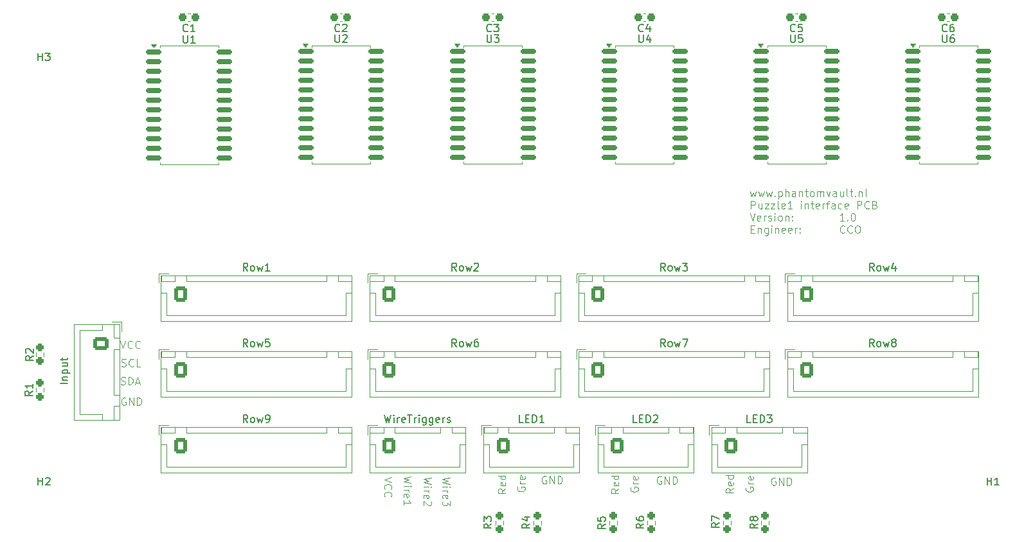
<source format=gbr>
%TF.GenerationSoftware,KiCad,Pcbnew,8.0.6*%
%TF.CreationDate,2024-12-01T20:16:54+01:00*%
%TF.ProjectId,puzzle1,70757a7a-6c65-4312-9e6b-696361645f70,rev?*%
%TF.SameCoordinates,Original*%
%TF.FileFunction,Legend,Top*%
%TF.FilePolarity,Positive*%
%FSLAX46Y46*%
G04 Gerber Fmt 4.6, Leading zero omitted, Abs format (unit mm)*
G04 Created by KiCad (PCBNEW 8.0.6) date 2024-12-01 20:16:54*
%MOMM*%
%LPD*%
G01*
G04 APERTURE LIST*
G04 Aperture macros list*
%AMRoundRect*
0 Rectangle with rounded corners*
0 $1 Rounding radius*
0 $2 $3 $4 $5 $6 $7 $8 $9 X,Y pos of 4 corners*
0 Add a 4 corners polygon primitive as box body*
4,1,4,$2,$3,$4,$5,$6,$7,$8,$9,$2,$3,0*
0 Add four circle primitives for the rounded corners*
1,1,$1+$1,$2,$3*
1,1,$1+$1,$4,$5*
1,1,$1+$1,$6,$7*
1,1,$1+$1,$8,$9*
0 Add four rect primitives between the rounded corners*
20,1,$1+$1,$2,$3,$4,$5,0*
20,1,$1+$1,$4,$5,$6,$7,0*
20,1,$1+$1,$6,$7,$8,$9,0*
20,1,$1+$1,$8,$9,$2,$3,0*%
G04 Aperture macros list end*
%ADD10C,0.100000*%
%ADD11C,0.150000*%
%ADD12C,0.120000*%
%ADD13RoundRect,0.237500X0.237500X-0.250000X0.237500X0.250000X-0.237500X0.250000X-0.237500X-0.250000X0*%
%ADD14C,5.600000*%
%ADD15RoundRect,0.250000X-0.600000X-0.725000X0.600000X-0.725000X0.600000X0.725000X-0.600000X0.725000X0*%
%ADD16O,1.700000X1.950000*%
%ADD17RoundRect,0.150000X-0.875000X-0.150000X0.875000X-0.150000X0.875000X0.150000X-0.875000X0.150000X0*%
%ADD18RoundRect,0.237500X-0.237500X0.250000X-0.237500X-0.250000X0.237500X-0.250000X0.237500X0.250000X0*%
%ADD19RoundRect,0.237500X0.300000X0.237500X-0.300000X0.237500X-0.300000X-0.237500X0.300000X-0.237500X0*%
%ADD20RoundRect,0.250000X-0.725000X0.600000X-0.725000X-0.600000X0.725000X-0.600000X0.725000X0.600000X0*%
%ADD21O,1.950000X1.700000*%
G04 APERTURE END LIST*
D10*
X123058646Y-79425920D02*
X123249122Y-80092587D01*
X123249122Y-80092587D02*
X123439598Y-79616396D01*
X123439598Y-79616396D02*
X123630074Y-80092587D01*
X123630074Y-80092587D02*
X123820550Y-79425920D01*
X124106265Y-79425920D02*
X124296741Y-80092587D01*
X124296741Y-80092587D02*
X124487217Y-79616396D01*
X124487217Y-79616396D02*
X124677693Y-80092587D01*
X124677693Y-80092587D02*
X124868169Y-79425920D01*
X125153884Y-79425920D02*
X125344360Y-80092587D01*
X125344360Y-80092587D02*
X125534836Y-79616396D01*
X125534836Y-79616396D02*
X125725312Y-80092587D01*
X125725312Y-80092587D02*
X125915788Y-79425920D01*
X126296741Y-79997348D02*
X126344360Y-80044968D01*
X126344360Y-80044968D02*
X126296741Y-80092587D01*
X126296741Y-80092587D02*
X126249122Y-80044968D01*
X126249122Y-80044968D02*
X126296741Y-79997348D01*
X126296741Y-79997348D02*
X126296741Y-80092587D01*
X126772931Y-79425920D02*
X126772931Y-80425920D01*
X126772931Y-79473539D02*
X126868169Y-79425920D01*
X126868169Y-79425920D02*
X127058645Y-79425920D01*
X127058645Y-79425920D02*
X127153883Y-79473539D01*
X127153883Y-79473539D02*
X127201502Y-79521158D01*
X127201502Y-79521158D02*
X127249121Y-79616396D01*
X127249121Y-79616396D02*
X127249121Y-79902110D01*
X127249121Y-79902110D02*
X127201502Y-79997348D01*
X127201502Y-79997348D02*
X127153883Y-80044968D01*
X127153883Y-80044968D02*
X127058645Y-80092587D01*
X127058645Y-80092587D02*
X126868169Y-80092587D01*
X126868169Y-80092587D02*
X126772931Y-80044968D01*
X127677693Y-80092587D02*
X127677693Y-79092587D01*
X128106264Y-80092587D02*
X128106264Y-79568777D01*
X128106264Y-79568777D02*
X128058645Y-79473539D01*
X128058645Y-79473539D02*
X127963407Y-79425920D01*
X127963407Y-79425920D02*
X127820550Y-79425920D01*
X127820550Y-79425920D02*
X127725312Y-79473539D01*
X127725312Y-79473539D02*
X127677693Y-79521158D01*
X129011026Y-80092587D02*
X129011026Y-79568777D01*
X129011026Y-79568777D02*
X128963407Y-79473539D01*
X128963407Y-79473539D02*
X128868169Y-79425920D01*
X128868169Y-79425920D02*
X128677693Y-79425920D01*
X128677693Y-79425920D02*
X128582455Y-79473539D01*
X129011026Y-80044968D02*
X128915788Y-80092587D01*
X128915788Y-80092587D02*
X128677693Y-80092587D01*
X128677693Y-80092587D02*
X128582455Y-80044968D01*
X128582455Y-80044968D02*
X128534836Y-79949729D01*
X128534836Y-79949729D02*
X128534836Y-79854491D01*
X128534836Y-79854491D02*
X128582455Y-79759253D01*
X128582455Y-79759253D02*
X128677693Y-79711634D01*
X128677693Y-79711634D02*
X128915788Y-79711634D01*
X128915788Y-79711634D02*
X129011026Y-79664015D01*
X129487217Y-79425920D02*
X129487217Y-80092587D01*
X129487217Y-79521158D02*
X129534836Y-79473539D01*
X129534836Y-79473539D02*
X129630074Y-79425920D01*
X129630074Y-79425920D02*
X129772931Y-79425920D01*
X129772931Y-79425920D02*
X129868169Y-79473539D01*
X129868169Y-79473539D02*
X129915788Y-79568777D01*
X129915788Y-79568777D02*
X129915788Y-80092587D01*
X130249122Y-79425920D02*
X130630074Y-79425920D01*
X130391979Y-79092587D02*
X130391979Y-79949729D01*
X130391979Y-79949729D02*
X130439598Y-80044968D01*
X130439598Y-80044968D02*
X130534836Y-80092587D01*
X130534836Y-80092587D02*
X130630074Y-80092587D01*
X131106265Y-80092587D02*
X131011027Y-80044968D01*
X131011027Y-80044968D02*
X130963408Y-79997348D01*
X130963408Y-79997348D02*
X130915789Y-79902110D01*
X130915789Y-79902110D02*
X130915789Y-79616396D01*
X130915789Y-79616396D02*
X130963408Y-79521158D01*
X130963408Y-79521158D02*
X131011027Y-79473539D01*
X131011027Y-79473539D02*
X131106265Y-79425920D01*
X131106265Y-79425920D02*
X131249122Y-79425920D01*
X131249122Y-79425920D02*
X131344360Y-79473539D01*
X131344360Y-79473539D02*
X131391979Y-79521158D01*
X131391979Y-79521158D02*
X131439598Y-79616396D01*
X131439598Y-79616396D02*
X131439598Y-79902110D01*
X131439598Y-79902110D02*
X131391979Y-79997348D01*
X131391979Y-79997348D02*
X131344360Y-80044968D01*
X131344360Y-80044968D02*
X131249122Y-80092587D01*
X131249122Y-80092587D02*
X131106265Y-80092587D01*
X131868170Y-80092587D02*
X131868170Y-79425920D01*
X131868170Y-79521158D02*
X131915789Y-79473539D01*
X131915789Y-79473539D02*
X132011027Y-79425920D01*
X132011027Y-79425920D02*
X132153884Y-79425920D01*
X132153884Y-79425920D02*
X132249122Y-79473539D01*
X132249122Y-79473539D02*
X132296741Y-79568777D01*
X132296741Y-79568777D02*
X132296741Y-80092587D01*
X132296741Y-79568777D02*
X132344360Y-79473539D01*
X132344360Y-79473539D02*
X132439598Y-79425920D01*
X132439598Y-79425920D02*
X132582455Y-79425920D01*
X132582455Y-79425920D02*
X132677694Y-79473539D01*
X132677694Y-79473539D02*
X132725313Y-79568777D01*
X132725313Y-79568777D02*
X132725313Y-80092587D01*
X133106265Y-79425920D02*
X133344360Y-80092587D01*
X133344360Y-80092587D02*
X133582455Y-79425920D01*
X134391979Y-80092587D02*
X134391979Y-79568777D01*
X134391979Y-79568777D02*
X134344360Y-79473539D01*
X134344360Y-79473539D02*
X134249122Y-79425920D01*
X134249122Y-79425920D02*
X134058646Y-79425920D01*
X134058646Y-79425920D02*
X133963408Y-79473539D01*
X134391979Y-80044968D02*
X134296741Y-80092587D01*
X134296741Y-80092587D02*
X134058646Y-80092587D01*
X134058646Y-80092587D02*
X133963408Y-80044968D01*
X133963408Y-80044968D02*
X133915789Y-79949729D01*
X133915789Y-79949729D02*
X133915789Y-79854491D01*
X133915789Y-79854491D02*
X133963408Y-79759253D01*
X133963408Y-79759253D02*
X134058646Y-79711634D01*
X134058646Y-79711634D02*
X134296741Y-79711634D01*
X134296741Y-79711634D02*
X134391979Y-79664015D01*
X135296741Y-79425920D02*
X135296741Y-80092587D01*
X134868170Y-79425920D02*
X134868170Y-79949729D01*
X134868170Y-79949729D02*
X134915789Y-80044968D01*
X134915789Y-80044968D02*
X135011027Y-80092587D01*
X135011027Y-80092587D02*
X135153884Y-80092587D01*
X135153884Y-80092587D02*
X135249122Y-80044968D01*
X135249122Y-80044968D02*
X135296741Y-79997348D01*
X135915789Y-80092587D02*
X135820551Y-80044968D01*
X135820551Y-80044968D02*
X135772932Y-79949729D01*
X135772932Y-79949729D02*
X135772932Y-79092587D01*
X136153885Y-79425920D02*
X136534837Y-79425920D01*
X136296742Y-79092587D02*
X136296742Y-79949729D01*
X136296742Y-79949729D02*
X136344361Y-80044968D01*
X136344361Y-80044968D02*
X136439599Y-80092587D01*
X136439599Y-80092587D02*
X136534837Y-80092587D01*
X136868171Y-79997348D02*
X136915790Y-80044968D01*
X136915790Y-80044968D02*
X136868171Y-80092587D01*
X136868171Y-80092587D02*
X136820552Y-80044968D01*
X136820552Y-80044968D02*
X136868171Y-79997348D01*
X136868171Y-79997348D02*
X136868171Y-80092587D01*
X137344361Y-79425920D02*
X137344361Y-80092587D01*
X137344361Y-79521158D02*
X137391980Y-79473539D01*
X137391980Y-79473539D02*
X137487218Y-79425920D01*
X137487218Y-79425920D02*
X137630075Y-79425920D01*
X137630075Y-79425920D02*
X137725313Y-79473539D01*
X137725313Y-79473539D02*
X137772932Y-79568777D01*
X137772932Y-79568777D02*
X137772932Y-80092587D01*
X138391980Y-80092587D02*
X138296742Y-80044968D01*
X138296742Y-80044968D02*
X138249123Y-79949729D01*
X138249123Y-79949729D02*
X138249123Y-79092587D01*
X123153884Y-81702531D02*
X123153884Y-80702531D01*
X123153884Y-80702531D02*
X123534836Y-80702531D01*
X123534836Y-80702531D02*
X123630074Y-80750150D01*
X123630074Y-80750150D02*
X123677693Y-80797769D01*
X123677693Y-80797769D02*
X123725312Y-80893007D01*
X123725312Y-80893007D02*
X123725312Y-81035864D01*
X123725312Y-81035864D02*
X123677693Y-81131102D01*
X123677693Y-81131102D02*
X123630074Y-81178721D01*
X123630074Y-81178721D02*
X123534836Y-81226340D01*
X123534836Y-81226340D02*
X123153884Y-81226340D01*
X124582455Y-81035864D02*
X124582455Y-81702531D01*
X124153884Y-81035864D02*
X124153884Y-81559673D01*
X124153884Y-81559673D02*
X124201503Y-81654912D01*
X124201503Y-81654912D02*
X124296741Y-81702531D01*
X124296741Y-81702531D02*
X124439598Y-81702531D01*
X124439598Y-81702531D02*
X124534836Y-81654912D01*
X124534836Y-81654912D02*
X124582455Y-81607292D01*
X124963408Y-81035864D02*
X125487217Y-81035864D01*
X125487217Y-81035864D02*
X124963408Y-81702531D01*
X124963408Y-81702531D02*
X125487217Y-81702531D01*
X125772932Y-81035864D02*
X126296741Y-81035864D01*
X126296741Y-81035864D02*
X125772932Y-81702531D01*
X125772932Y-81702531D02*
X126296741Y-81702531D01*
X126820551Y-81702531D02*
X126725313Y-81654912D01*
X126725313Y-81654912D02*
X126677694Y-81559673D01*
X126677694Y-81559673D02*
X126677694Y-80702531D01*
X127582456Y-81654912D02*
X127487218Y-81702531D01*
X127487218Y-81702531D02*
X127296742Y-81702531D01*
X127296742Y-81702531D02*
X127201504Y-81654912D01*
X127201504Y-81654912D02*
X127153885Y-81559673D01*
X127153885Y-81559673D02*
X127153885Y-81178721D01*
X127153885Y-81178721D02*
X127201504Y-81083483D01*
X127201504Y-81083483D02*
X127296742Y-81035864D01*
X127296742Y-81035864D02*
X127487218Y-81035864D01*
X127487218Y-81035864D02*
X127582456Y-81083483D01*
X127582456Y-81083483D02*
X127630075Y-81178721D01*
X127630075Y-81178721D02*
X127630075Y-81273959D01*
X127630075Y-81273959D02*
X127153885Y-81369197D01*
X128582456Y-81702531D02*
X128011028Y-81702531D01*
X128296742Y-81702531D02*
X128296742Y-80702531D01*
X128296742Y-80702531D02*
X128201504Y-80845388D01*
X128201504Y-80845388D02*
X128106266Y-80940626D01*
X128106266Y-80940626D02*
X128011028Y-80988245D01*
X129772933Y-81702531D02*
X129772933Y-81035864D01*
X129772933Y-80702531D02*
X129725314Y-80750150D01*
X129725314Y-80750150D02*
X129772933Y-80797769D01*
X129772933Y-80797769D02*
X129820552Y-80750150D01*
X129820552Y-80750150D02*
X129772933Y-80702531D01*
X129772933Y-80702531D02*
X129772933Y-80797769D01*
X130249123Y-81035864D02*
X130249123Y-81702531D01*
X130249123Y-81131102D02*
X130296742Y-81083483D01*
X130296742Y-81083483D02*
X130391980Y-81035864D01*
X130391980Y-81035864D02*
X130534837Y-81035864D01*
X130534837Y-81035864D02*
X130630075Y-81083483D01*
X130630075Y-81083483D02*
X130677694Y-81178721D01*
X130677694Y-81178721D02*
X130677694Y-81702531D01*
X131011028Y-81035864D02*
X131391980Y-81035864D01*
X131153885Y-80702531D02*
X131153885Y-81559673D01*
X131153885Y-81559673D02*
X131201504Y-81654912D01*
X131201504Y-81654912D02*
X131296742Y-81702531D01*
X131296742Y-81702531D02*
X131391980Y-81702531D01*
X132106266Y-81654912D02*
X132011028Y-81702531D01*
X132011028Y-81702531D02*
X131820552Y-81702531D01*
X131820552Y-81702531D02*
X131725314Y-81654912D01*
X131725314Y-81654912D02*
X131677695Y-81559673D01*
X131677695Y-81559673D02*
X131677695Y-81178721D01*
X131677695Y-81178721D02*
X131725314Y-81083483D01*
X131725314Y-81083483D02*
X131820552Y-81035864D01*
X131820552Y-81035864D02*
X132011028Y-81035864D01*
X132011028Y-81035864D02*
X132106266Y-81083483D01*
X132106266Y-81083483D02*
X132153885Y-81178721D01*
X132153885Y-81178721D02*
X132153885Y-81273959D01*
X132153885Y-81273959D02*
X131677695Y-81369197D01*
X132582457Y-81702531D02*
X132582457Y-81035864D01*
X132582457Y-81226340D02*
X132630076Y-81131102D01*
X132630076Y-81131102D02*
X132677695Y-81083483D01*
X132677695Y-81083483D02*
X132772933Y-81035864D01*
X132772933Y-81035864D02*
X132868171Y-81035864D01*
X133058648Y-81035864D02*
X133439600Y-81035864D01*
X133201505Y-81702531D02*
X133201505Y-80845388D01*
X133201505Y-80845388D02*
X133249124Y-80750150D01*
X133249124Y-80750150D02*
X133344362Y-80702531D01*
X133344362Y-80702531D02*
X133439600Y-80702531D01*
X134201505Y-81702531D02*
X134201505Y-81178721D01*
X134201505Y-81178721D02*
X134153886Y-81083483D01*
X134153886Y-81083483D02*
X134058648Y-81035864D01*
X134058648Y-81035864D02*
X133868172Y-81035864D01*
X133868172Y-81035864D02*
X133772934Y-81083483D01*
X134201505Y-81654912D02*
X134106267Y-81702531D01*
X134106267Y-81702531D02*
X133868172Y-81702531D01*
X133868172Y-81702531D02*
X133772934Y-81654912D01*
X133772934Y-81654912D02*
X133725315Y-81559673D01*
X133725315Y-81559673D02*
X133725315Y-81464435D01*
X133725315Y-81464435D02*
X133772934Y-81369197D01*
X133772934Y-81369197D02*
X133868172Y-81321578D01*
X133868172Y-81321578D02*
X134106267Y-81321578D01*
X134106267Y-81321578D02*
X134201505Y-81273959D01*
X135106267Y-81654912D02*
X135011029Y-81702531D01*
X135011029Y-81702531D02*
X134820553Y-81702531D01*
X134820553Y-81702531D02*
X134725315Y-81654912D01*
X134725315Y-81654912D02*
X134677696Y-81607292D01*
X134677696Y-81607292D02*
X134630077Y-81512054D01*
X134630077Y-81512054D02*
X134630077Y-81226340D01*
X134630077Y-81226340D02*
X134677696Y-81131102D01*
X134677696Y-81131102D02*
X134725315Y-81083483D01*
X134725315Y-81083483D02*
X134820553Y-81035864D01*
X134820553Y-81035864D02*
X135011029Y-81035864D01*
X135011029Y-81035864D02*
X135106267Y-81083483D01*
X135915791Y-81654912D02*
X135820553Y-81702531D01*
X135820553Y-81702531D02*
X135630077Y-81702531D01*
X135630077Y-81702531D02*
X135534839Y-81654912D01*
X135534839Y-81654912D02*
X135487220Y-81559673D01*
X135487220Y-81559673D02*
X135487220Y-81178721D01*
X135487220Y-81178721D02*
X135534839Y-81083483D01*
X135534839Y-81083483D02*
X135630077Y-81035864D01*
X135630077Y-81035864D02*
X135820553Y-81035864D01*
X135820553Y-81035864D02*
X135915791Y-81083483D01*
X135915791Y-81083483D02*
X135963410Y-81178721D01*
X135963410Y-81178721D02*
X135963410Y-81273959D01*
X135963410Y-81273959D02*
X135487220Y-81369197D01*
X137153887Y-81702531D02*
X137153887Y-80702531D01*
X137153887Y-80702531D02*
X137534839Y-80702531D01*
X137534839Y-80702531D02*
X137630077Y-80750150D01*
X137630077Y-80750150D02*
X137677696Y-80797769D01*
X137677696Y-80797769D02*
X137725315Y-80893007D01*
X137725315Y-80893007D02*
X137725315Y-81035864D01*
X137725315Y-81035864D02*
X137677696Y-81131102D01*
X137677696Y-81131102D02*
X137630077Y-81178721D01*
X137630077Y-81178721D02*
X137534839Y-81226340D01*
X137534839Y-81226340D02*
X137153887Y-81226340D01*
X138725315Y-81607292D02*
X138677696Y-81654912D01*
X138677696Y-81654912D02*
X138534839Y-81702531D01*
X138534839Y-81702531D02*
X138439601Y-81702531D01*
X138439601Y-81702531D02*
X138296744Y-81654912D01*
X138296744Y-81654912D02*
X138201506Y-81559673D01*
X138201506Y-81559673D02*
X138153887Y-81464435D01*
X138153887Y-81464435D02*
X138106268Y-81273959D01*
X138106268Y-81273959D02*
X138106268Y-81131102D01*
X138106268Y-81131102D02*
X138153887Y-80940626D01*
X138153887Y-80940626D02*
X138201506Y-80845388D01*
X138201506Y-80845388D02*
X138296744Y-80750150D01*
X138296744Y-80750150D02*
X138439601Y-80702531D01*
X138439601Y-80702531D02*
X138534839Y-80702531D01*
X138534839Y-80702531D02*
X138677696Y-80750150D01*
X138677696Y-80750150D02*
X138725315Y-80797769D01*
X139487220Y-81178721D02*
X139630077Y-81226340D01*
X139630077Y-81226340D02*
X139677696Y-81273959D01*
X139677696Y-81273959D02*
X139725315Y-81369197D01*
X139725315Y-81369197D02*
X139725315Y-81512054D01*
X139725315Y-81512054D02*
X139677696Y-81607292D01*
X139677696Y-81607292D02*
X139630077Y-81654912D01*
X139630077Y-81654912D02*
X139534839Y-81702531D01*
X139534839Y-81702531D02*
X139153887Y-81702531D01*
X139153887Y-81702531D02*
X139153887Y-80702531D01*
X139153887Y-80702531D02*
X139487220Y-80702531D01*
X139487220Y-80702531D02*
X139582458Y-80750150D01*
X139582458Y-80750150D02*
X139630077Y-80797769D01*
X139630077Y-80797769D02*
X139677696Y-80893007D01*
X139677696Y-80893007D02*
X139677696Y-80988245D01*
X139677696Y-80988245D02*
X139630077Y-81083483D01*
X139630077Y-81083483D02*
X139582458Y-81131102D01*
X139582458Y-81131102D02*
X139487220Y-81178721D01*
X139487220Y-81178721D02*
X139153887Y-81178721D01*
X123011027Y-82312475D02*
X123344360Y-83312475D01*
X123344360Y-83312475D02*
X123677693Y-82312475D01*
X124391979Y-83264856D02*
X124296741Y-83312475D01*
X124296741Y-83312475D02*
X124106265Y-83312475D01*
X124106265Y-83312475D02*
X124011027Y-83264856D01*
X124011027Y-83264856D02*
X123963408Y-83169617D01*
X123963408Y-83169617D02*
X123963408Y-82788665D01*
X123963408Y-82788665D02*
X124011027Y-82693427D01*
X124011027Y-82693427D02*
X124106265Y-82645808D01*
X124106265Y-82645808D02*
X124296741Y-82645808D01*
X124296741Y-82645808D02*
X124391979Y-82693427D01*
X124391979Y-82693427D02*
X124439598Y-82788665D01*
X124439598Y-82788665D02*
X124439598Y-82883903D01*
X124439598Y-82883903D02*
X123963408Y-82979141D01*
X124868170Y-83312475D02*
X124868170Y-82645808D01*
X124868170Y-82836284D02*
X124915789Y-82741046D01*
X124915789Y-82741046D02*
X124963408Y-82693427D01*
X124963408Y-82693427D02*
X125058646Y-82645808D01*
X125058646Y-82645808D02*
X125153884Y-82645808D01*
X125439599Y-83264856D02*
X125534837Y-83312475D01*
X125534837Y-83312475D02*
X125725313Y-83312475D01*
X125725313Y-83312475D02*
X125820551Y-83264856D01*
X125820551Y-83264856D02*
X125868170Y-83169617D01*
X125868170Y-83169617D02*
X125868170Y-83121998D01*
X125868170Y-83121998D02*
X125820551Y-83026760D01*
X125820551Y-83026760D02*
X125725313Y-82979141D01*
X125725313Y-82979141D02*
X125582456Y-82979141D01*
X125582456Y-82979141D02*
X125487218Y-82931522D01*
X125487218Y-82931522D02*
X125439599Y-82836284D01*
X125439599Y-82836284D02*
X125439599Y-82788665D01*
X125439599Y-82788665D02*
X125487218Y-82693427D01*
X125487218Y-82693427D02*
X125582456Y-82645808D01*
X125582456Y-82645808D02*
X125725313Y-82645808D01*
X125725313Y-82645808D02*
X125820551Y-82693427D01*
X126296742Y-83312475D02*
X126296742Y-82645808D01*
X126296742Y-82312475D02*
X126249123Y-82360094D01*
X126249123Y-82360094D02*
X126296742Y-82407713D01*
X126296742Y-82407713D02*
X126344361Y-82360094D01*
X126344361Y-82360094D02*
X126296742Y-82312475D01*
X126296742Y-82312475D02*
X126296742Y-82407713D01*
X126915789Y-83312475D02*
X126820551Y-83264856D01*
X126820551Y-83264856D02*
X126772932Y-83217236D01*
X126772932Y-83217236D02*
X126725313Y-83121998D01*
X126725313Y-83121998D02*
X126725313Y-82836284D01*
X126725313Y-82836284D02*
X126772932Y-82741046D01*
X126772932Y-82741046D02*
X126820551Y-82693427D01*
X126820551Y-82693427D02*
X126915789Y-82645808D01*
X126915789Y-82645808D02*
X127058646Y-82645808D01*
X127058646Y-82645808D02*
X127153884Y-82693427D01*
X127153884Y-82693427D02*
X127201503Y-82741046D01*
X127201503Y-82741046D02*
X127249122Y-82836284D01*
X127249122Y-82836284D02*
X127249122Y-83121998D01*
X127249122Y-83121998D02*
X127201503Y-83217236D01*
X127201503Y-83217236D02*
X127153884Y-83264856D01*
X127153884Y-83264856D02*
X127058646Y-83312475D01*
X127058646Y-83312475D02*
X126915789Y-83312475D01*
X127677694Y-82645808D02*
X127677694Y-83312475D01*
X127677694Y-82741046D02*
X127725313Y-82693427D01*
X127725313Y-82693427D02*
X127820551Y-82645808D01*
X127820551Y-82645808D02*
X127963408Y-82645808D01*
X127963408Y-82645808D02*
X128058646Y-82693427D01*
X128058646Y-82693427D02*
X128106265Y-82788665D01*
X128106265Y-82788665D02*
X128106265Y-83312475D01*
X128582456Y-83217236D02*
X128630075Y-83264856D01*
X128630075Y-83264856D02*
X128582456Y-83312475D01*
X128582456Y-83312475D02*
X128534837Y-83264856D01*
X128534837Y-83264856D02*
X128582456Y-83217236D01*
X128582456Y-83217236D02*
X128582456Y-83312475D01*
X128582456Y-82693427D02*
X128630075Y-82741046D01*
X128630075Y-82741046D02*
X128582456Y-82788665D01*
X128582456Y-82788665D02*
X128534837Y-82741046D01*
X128534837Y-82741046D02*
X128582456Y-82693427D01*
X128582456Y-82693427D02*
X128582456Y-82788665D01*
X135439597Y-83312475D02*
X134868169Y-83312475D01*
X135153883Y-83312475D02*
X135153883Y-82312475D01*
X135153883Y-82312475D02*
X135058645Y-82455332D01*
X135058645Y-82455332D02*
X134963407Y-82550570D01*
X134963407Y-82550570D02*
X134868169Y-82598189D01*
X135868169Y-83217236D02*
X135915788Y-83264856D01*
X135915788Y-83264856D02*
X135868169Y-83312475D01*
X135868169Y-83312475D02*
X135820550Y-83264856D01*
X135820550Y-83264856D02*
X135868169Y-83217236D01*
X135868169Y-83217236D02*
X135868169Y-83312475D01*
X136534835Y-82312475D02*
X136630073Y-82312475D01*
X136630073Y-82312475D02*
X136725311Y-82360094D01*
X136725311Y-82360094D02*
X136772930Y-82407713D01*
X136772930Y-82407713D02*
X136820549Y-82502951D01*
X136820549Y-82502951D02*
X136868168Y-82693427D01*
X136868168Y-82693427D02*
X136868168Y-82931522D01*
X136868168Y-82931522D02*
X136820549Y-83121998D01*
X136820549Y-83121998D02*
X136772930Y-83217236D01*
X136772930Y-83217236D02*
X136725311Y-83264856D01*
X136725311Y-83264856D02*
X136630073Y-83312475D01*
X136630073Y-83312475D02*
X136534835Y-83312475D01*
X136534835Y-83312475D02*
X136439597Y-83264856D01*
X136439597Y-83264856D02*
X136391978Y-83217236D01*
X136391978Y-83217236D02*
X136344359Y-83121998D01*
X136344359Y-83121998D02*
X136296740Y-82931522D01*
X136296740Y-82931522D02*
X136296740Y-82693427D01*
X136296740Y-82693427D02*
X136344359Y-82502951D01*
X136344359Y-82502951D02*
X136391978Y-82407713D01*
X136391978Y-82407713D02*
X136439597Y-82360094D01*
X136439597Y-82360094D02*
X136534835Y-82312475D01*
X123153884Y-84398609D02*
X123487217Y-84398609D01*
X123630074Y-84922419D02*
X123153884Y-84922419D01*
X123153884Y-84922419D02*
X123153884Y-83922419D01*
X123153884Y-83922419D02*
X123630074Y-83922419D01*
X124058646Y-84255752D02*
X124058646Y-84922419D01*
X124058646Y-84350990D02*
X124106265Y-84303371D01*
X124106265Y-84303371D02*
X124201503Y-84255752D01*
X124201503Y-84255752D02*
X124344360Y-84255752D01*
X124344360Y-84255752D02*
X124439598Y-84303371D01*
X124439598Y-84303371D02*
X124487217Y-84398609D01*
X124487217Y-84398609D02*
X124487217Y-84922419D01*
X125391979Y-84255752D02*
X125391979Y-85065276D01*
X125391979Y-85065276D02*
X125344360Y-85160514D01*
X125344360Y-85160514D02*
X125296741Y-85208133D01*
X125296741Y-85208133D02*
X125201503Y-85255752D01*
X125201503Y-85255752D02*
X125058646Y-85255752D01*
X125058646Y-85255752D02*
X124963408Y-85208133D01*
X125391979Y-84874800D02*
X125296741Y-84922419D01*
X125296741Y-84922419D02*
X125106265Y-84922419D01*
X125106265Y-84922419D02*
X125011027Y-84874800D01*
X125011027Y-84874800D02*
X124963408Y-84827180D01*
X124963408Y-84827180D02*
X124915789Y-84731942D01*
X124915789Y-84731942D02*
X124915789Y-84446228D01*
X124915789Y-84446228D02*
X124963408Y-84350990D01*
X124963408Y-84350990D02*
X125011027Y-84303371D01*
X125011027Y-84303371D02*
X125106265Y-84255752D01*
X125106265Y-84255752D02*
X125296741Y-84255752D01*
X125296741Y-84255752D02*
X125391979Y-84303371D01*
X125868170Y-84922419D02*
X125868170Y-84255752D01*
X125868170Y-83922419D02*
X125820551Y-83970038D01*
X125820551Y-83970038D02*
X125868170Y-84017657D01*
X125868170Y-84017657D02*
X125915789Y-83970038D01*
X125915789Y-83970038D02*
X125868170Y-83922419D01*
X125868170Y-83922419D02*
X125868170Y-84017657D01*
X126344360Y-84255752D02*
X126344360Y-84922419D01*
X126344360Y-84350990D02*
X126391979Y-84303371D01*
X126391979Y-84303371D02*
X126487217Y-84255752D01*
X126487217Y-84255752D02*
X126630074Y-84255752D01*
X126630074Y-84255752D02*
X126725312Y-84303371D01*
X126725312Y-84303371D02*
X126772931Y-84398609D01*
X126772931Y-84398609D02*
X126772931Y-84922419D01*
X127630074Y-84874800D02*
X127534836Y-84922419D01*
X127534836Y-84922419D02*
X127344360Y-84922419D01*
X127344360Y-84922419D02*
X127249122Y-84874800D01*
X127249122Y-84874800D02*
X127201503Y-84779561D01*
X127201503Y-84779561D02*
X127201503Y-84398609D01*
X127201503Y-84398609D02*
X127249122Y-84303371D01*
X127249122Y-84303371D02*
X127344360Y-84255752D01*
X127344360Y-84255752D02*
X127534836Y-84255752D01*
X127534836Y-84255752D02*
X127630074Y-84303371D01*
X127630074Y-84303371D02*
X127677693Y-84398609D01*
X127677693Y-84398609D02*
X127677693Y-84493847D01*
X127677693Y-84493847D02*
X127201503Y-84589085D01*
X128487217Y-84874800D02*
X128391979Y-84922419D01*
X128391979Y-84922419D02*
X128201503Y-84922419D01*
X128201503Y-84922419D02*
X128106265Y-84874800D01*
X128106265Y-84874800D02*
X128058646Y-84779561D01*
X128058646Y-84779561D02*
X128058646Y-84398609D01*
X128058646Y-84398609D02*
X128106265Y-84303371D01*
X128106265Y-84303371D02*
X128201503Y-84255752D01*
X128201503Y-84255752D02*
X128391979Y-84255752D01*
X128391979Y-84255752D02*
X128487217Y-84303371D01*
X128487217Y-84303371D02*
X128534836Y-84398609D01*
X128534836Y-84398609D02*
X128534836Y-84493847D01*
X128534836Y-84493847D02*
X128058646Y-84589085D01*
X128963408Y-84922419D02*
X128963408Y-84255752D01*
X128963408Y-84446228D02*
X129011027Y-84350990D01*
X129011027Y-84350990D02*
X129058646Y-84303371D01*
X129058646Y-84303371D02*
X129153884Y-84255752D01*
X129153884Y-84255752D02*
X129249122Y-84255752D01*
X129582456Y-84827180D02*
X129630075Y-84874800D01*
X129630075Y-84874800D02*
X129582456Y-84922419D01*
X129582456Y-84922419D02*
X129534837Y-84874800D01*
X129534837Y-84874800D02*
X129582456Y-84827180D01*
X129582456Y-84827180D02*
X129582456Y-84922419D01*
X129582456Y-84303371D02*
X129630075Y-84350990D01*
X129630075Y-84350990D02*
X129582456Y-84398609D01*
X129582456Y-84398609D02*
X129534837Y-84350990D01*
X129534837Y-84350990D02*
X129582456Y-84303371D01*
X129582456Y-84303371D02*
X129582456Y-84398609D01*
X135487216Y-84827180D02*
X135439597Y-84874800D01*
X135439597Y-84874800D02*
X135296740Y-84922419D01*
X135296740Y-84922419D02*
X135201502Y-84922419D01*
X135201502Y-84922419D02*
X135058645Y-84874800D01*
X135058645Y-84874800D02*
X134963407Y-84779561D01*
X134963407Y-84779561D02*
X134915788Y-84684323D01*
X134915788Y-84684323D02*
X134868169Y-84493847D01*
X134868169Y-84493847D02*
X134868169Y-84350990D01*
X134868169Y-84350990D02*
X134915788Y-84160514D01*
X134915788Y-84160514D02*
X134963407Y-84065276D01*
X134963407Y-84065276D02*
X135058645Y-83970038D01*
X135058645Y-83970038D02*
X135201502Y-83922419D01*
X135201502Y-83922419D02*
X135296740Y-83922419D01*
X135296740Y-83922419D02*
X135439597Y-83970038D01*
X135439597Y-83970038D02*
X135487216Y-84017657D01*
X136487216Y-84827180D02*
X136439597Y-84874800D01*
X136439597Y-84874800D02*
X136296740Y-84922419D01*
X136296740Y-84922419D02*
X136201502Y-84922419D01*
X136201502Y-84922419D02*
X136058645Y-84874800D01*
X136058645Y-84874800D02*
X135963407Y-84779561D01*
X135963407Y-84779561D02*
X135915788Y-84684323D01*
X135915788Y-84684323D02*
X135868169Y-84493847D01*
X135868169Y-84493847D02*
X135868169Y-84350990D01*
X135868169Y-84350990D02*
X135915788Y-84160514D01*
X135915788Y-84160514D02*
X135963407Y-84065276D01*
X135963407Y-84065276D02*
X136058645Y-83970038D01*
X136058645Y-83970038D02*
X136201502Y-83922419D01*
X136201502Y-83922419D02*
X136296740Y-83922419D01*
X136296740Y-83922419D02*
X136439597Y-83970038D01*
X136439597Y-83970038D02*
X136487216Y-84017657D01*
X137106264Y-83922419D02*
X137296740Y-83922419D01*
X137296740Y-83922419D02*
X137391978Y-83970038D01*
X137391978Y-83970038D02*
X137487216Y-84065276D01*
X137487216Y-84065276D02*
X137534835Y-84255752D01*
X137534835Y-84255752D02*
X137534835Y-84589085D01*
X137534835Y-84589085D02*
X137487216Y-84779561D01*
X137487216Y-84779561D02*
X137391978Y-84874800D01*
X137391978Y-84874800D02*
X137296740Y-84922419D01*
X137296740Y-84922419D02*
X137106264Y-84922419D01*
X137106264Y-84922419D02*
X137011026Y-84874800D01*
X137011026Y-84874800D02*
X136915788Y-84779561D01*
X136915788Y-84779561D02*
X136868169Y-84589085D01*
X136868169Y-84589085D02*
X136868169Y-84255752D01*
X136868169Y-84255752D02*
X136915788Y-84065276D01*
X136915788Y-84065276D02*
X137011026Y-83970038D01*
X137011026Y-83970038D02*
X137106264Y-83922419D01*
X83527580Y-117158646D02*
X82527580Y-117396741D01*
X82527580Y-117396741D02*
X83241866Y-117587217D01*
X83241866Y-117587217D02*
X82527580Y-117777693D01*
X82527580Y-117777693D02*
X83527580Y-118015789D01*
X82527580Y-118396741D02*
X83194247Y-118396741D01*
X83527580Y-118396741D02*
X83479961Y-118349122D01*
X83479961Y-118349122D02*
X83432342Y-118396741D01*
X83432342Y-118396741D02*
X83479961Y-118444360D01*
X83479961Y-118444360D02*
X83527580Y-118396741D01*
X83527580Y-118396741D02*
X83432342Y-118396741D01*
X82527580Y-118872931D02*
X83194247Y-118872931D01*
X83003771Y-118872931D02*
X83099009Y-118920550D01*
X83099009Y-118920550D02*
X83146628Y-118968169D01*
X83146628Y-118968169D02*
X83194247Y-119063407D01*
X83194247Y-119063407D02*
X83194247Y-119158645D01*
X82575200Y-119872931D02*
X82527580Y-119777693D01*
X82527580Y-119777693D02*
X82527580Y-119587217D01*
X82527580Y-119587217D02*
X82575200Y-119491979D01*
X82575200Y-119491979D02*
X82670438Y-119444360D01*
X82670438Y-119444360D02*
X83051390Y-119444360D01*
X83051390Y-119444360D02*
X83146628Y-119491979D01*
X83146628Y-119491979D02*
X83194247Y-119587217D01*
X83194247Y-119587217D02*
X83194247Y-119777693D01*
X83194247Y-119777693D02*
X83146628Y-119872931D01*
X83146628Y-119872931D02*
X83051390Y-119920550D01*
X83051390Y-119920550D02*
X82956152Y-119920550D01*
X82956152Y-119920550D02*
X82860914Y-119444360D01*
X83527580Y-120253884D02*
X83527580Y-120872931D01*
X83527580Y-120872931D02*
X83146628Y-120539598D01*
X83146628Y-120539598D02*
X83146628Y-120682455D01*
X83146628Y-120682455D02*
X83099009Y-120777693D01*
X83099009Y-120777693D02*
X83051390Y-120825312D01*
X83051390Y-120825312D02*
X82956152Y-120872931D01*
X82956152Y-120872931D02*
X82718057Y-120872931D01*
X82718057Y-120872931D02*
X82622819Y-120825312D01*
X82622819Y-120825312D02*
X82575200Y-120777693D01*
X82575200Y-120777693D02*
X82527580Y-120682455D01*
X82527580Y-120682455D02*
X82527580Y-120396741D01*
X82527580Y-120396741D02*
X82575200Y-120301503D01*
X82575200Y-120301503D02*
X82622819Y-120253884D01*
X96177693Y-117020038D02*
X96082455Y-116972419D01*
X96082455Y-116972419D02*
X95939598Y-116972419D01*
X95939598Y-116972419D02*
X95796741Y-117020038D01*
X95796741Y-117020038D02*
X95701503Y-117115276D01*
X95701503Y-117115276D02*
X95653884Y-117210514D01*
X95653884Y-117210514D02*
X95606265Y-117400990D01*
X95606265Y-117400990D02*
X95606265Y-117543847D01*
X95606265Y-117543847D02*
X95653884Y-117734323D01*
X95653884Y-117734323D02*
X95701503Y-117829561D01*
X95701503Y-117829561D02*
X95796741Y-117924800D01*
X95796741Y-117924800D02*
X95939598Y-117972419D01*
X95939598Y-117972419D02*
X96034836Y-117972419D01*
X96034836Y-117972419D02*
X96177693Y-117924800D01*
X96177693Y-117924800D02*
X96225312Y-117877180D01*
X96225312Y-117877180D02*
X96225312Y-117543847D01*
X96225312Y-117543847D02*
X96034836Y-117543847D01*
X96653884Y-117972419D02*
X96653884Y-116972419D01*
X96653884Y-116972419D02*
X97225312Y-117972419D01*
X97225312Y-117972419D02*
X97225312Y-116972419D01*
X97701503Y-117972419D02*
X97701503Y-116972419D01*
X97701503Y-116972419D02*
X97939598Y-116972419D01*
X97939598Y-116972419D02*
X98082455Y-117020038D01*
X98082455Y-117020038D02*
X98177693Y-117115276D01*
X98177693Y-117115276D02*
X98225312Y-117210514D01*
X98225312Y-117210514D02*
X98272931Y-117400990D01*
X98272931Y-117400990D02*
X98272931Y-117543847D01*
X98272931Y-117543847D02*
X98225312Y-117734323D01*
X98225312Y-117734323D02*
X98177693Y-117829561D01*
X98177693Y-117829561D02*
X98082455Y-117924800D01*
X98082455Y-117924800D02*
X97939598Y-117972419D01*
X97939598Y-117972419D02*
X97701503Y-117972419D01*
X78377580Y-117058646D02*
X77377580Y-117296741D01*
X77377580Y-117296741D02*
X78091866Y-117487217D01*
X78091866Y-117487217D02*
X77377580Y-117677693D01*
X77377580Y-117677693D02*
X78377580Y-117915789D01*
X77377580Y-118296741D02*
X78044247Y-118296741D01*
X78377580Y-118296741D02*
X78329961Y-118249122D01*
X78329961Y-118249122D02*
X78282342Y-118296741D01*
X78282342Y-118296741D02*
X78329961Y-118344360D01*
X78329961Y-118344360D02*
X78377580Y-118296741D01*
X78377580Y-118296741D02*
X78282342Y-118296741D01*
X77377580Y-118772931D02*
X78044247Y-118772931D01*
X77853771Y-118772931D02*
X77949009Y-118820550D01*
X77949009Y-118820550D02*
X77996628Y-118868169D01*
X77996628Y-118868169D02*
X78044247Y-118963407D01*
X78044247Y-118963407D02*
X78044247Y-119058645D01*
X77425200Y-119772931D02*
X77377580Y-119677693D01*
X77377580Y-119677693D02*
X77377580Y-119487217D01*
X77377580Y-119487217D02*
X77425200Y-119391979D01*
X77425200Y-119391979D02*
X77520438Y-119344360D01*
X77520438Y-119344360D02*
X77901390Y-119344360D01*
X77901390Y-119344360D02*
X77996628Y-119391979D01*
X77996628Y-119391979D02*
X78044247Y-119487217D01*
X78044247Y-119487217D02*
X78044247Y-119677693D01*
X78044247Y-119677693D02*
X77996628Y-119772931D01*
X77996628Y-119772931D02*
X77901390Y-119820550D01*
X77901390Y-119820550D02*
X77806152Y-119820550D01*
X77806152Y-119820550D02*
X77710914Y-119344360D01*
X77377580Y-120772931D02*
X77377580Y-120201503D01*
X77377580Y-120487217D02*
X78377580Y-120487217D01*
X78377580Y-120487217D02*
X78234723Y-120391979D01*
X78234723Y-120391979D02*
X78139485Y-120296741D01*
X78139485Y-120296741D02*
X78091866Y-120201503D01*
X107320038Y-118472306D02*
X107272419Y-118567544D01*
X107272419Y-118567544D02*
X107272419Y-118710401D01*
X107272419Y-118710401D02*
X107320038Y-118853258D01*
X107320038Y-118853258D02*
X107415276Y-118948496D01*
X107415276Y-118948496D02*
X107510514Y-118996115D01*
X107510514Y-118996115D02*
X107700990Y-119043734D01*
X107700990Y-119043734D02*
X107843847Y-119043734D01*
X107843847Y-119043734D02*
X108034323Y-118996115D01*
X108034323Y-118996115D02*
X108129561Y-118948496D01*
X108129561Y-118948496D02*
X108224800Y-118853258D01*
X108224800Y-118853258D02*
X108272419Y-118710401D01*
X108272419Y-118710401D02*
X108272419Y-118615163D01*
X108272419Y-118615163D02*
X108224800Y-118472306D01*
X108224800Y-118472306D02*
X108177180Y-118424687D01*
X108177180Y-118424687D02*
X107843847Y-118424687D01*
X107843847Y-118424687D02*
X107843847Y-118615163D01*
X108272419Y-117996115D02*
X107605752Y-117996115D01*
X107796228Y-117996115D02*
X107700990Y-117948496D01*
X107700990Y-117948496D02*
X107653371Y-117900877D01*
X107653371Y-117900877D02*
X107605752Y-117805639D01*
X107605752Y-117805639D02*
X107605752Y-117710401D01*
X108224800Y-116996115D02*
X108272419Y-117091353D01*
X108272419Y-117091353D02*
X108272419Y-117281829D01*
X108272419Y-117281829D02*
X108224800Y-117377067D01*
X108224800Y-117377067D02*
X108129561Y-117424686D01*
X108129561Y-117424686D02*
X107748609Y-117424686D01*
X107748609Y-117424686D02*
X107653371Y-117377067D01*
X107653371Y-117377067D02*
X107605752Y-117281829D01*
X107605752Y-117281829D02*
X107605752Y-117091353D01*
X107605752Y-117091353D02*
X107653371Y-116996115D01*
X107653371Y-116996115D02*
X107748609Y-116948496D01*
X107748609Y-116948496D02*
X107843847Y-116948496D01*
X107843847Y-116948496D02*
X107939085Y-117424686D01*
X40777693Y-106670038D02*
X40682455Y-106622419D01*
X40682455Y-106622419D02*
X40539598Y-106622419D01*
X40539598Y-106622419D02*
X40396741Y-106670038D01*
X40396741Y-106670038D02*
X40301503Y-106765276D01*
X40301503Y-106765276D02*
X40253884Y-106860514D01*
X40253884Y-106860514D02*
X40206265Y-107050990D01*
X40206265Y-107050990D02*
X40206265Y-107193847D01*
X40206265Y-107193847D02*
X40253884Y-107384323D01*
X40253884Y-107384323D02*
X40301503Y-107479561D01*
X40301503Y-107479561D02*
X40396741Y-107574800D01*
X40396741Y-107574800D02*
X40539598Y-107622419D01*
X40539598Y-107622419D02*
X40634836Y-107622419D01*
X40634836Y-107622419D02*
X40777693Y-107574800D01*
X40777693Y-107574800D02*
X40825312Y-107527180D01*
X40825312Y-107527180D02*
X40825312Y-107193847D01*
X40825312Y-107193847D02*
X40634836Y-107193847D01*
X41253884Y-107622419D02*
X41253884Y-106622419D01*
X41253884Y-106622419D02*
X41825312Y-107622419D01*
X41825312Y-107622419D02*
X41825312Y-106622419D01*
X42301503Y-107622419D02*
X42301503Y-106622419D01*
X42301503Y-106622419D02*
X42539598Y-106622419D01*
X42539598Y-106622419D02*
X42682455Y-106670038D01*
X42682455Y-106670038D02*
X42777693Y-106765276D01*
X42777693Y-106765276D02*
X42825312Y-106860514D01*
X42825312Y-106860514D02*
X42872931Y-107050990D01*
X42872931Y-107050990D02*
X42872931Y-107193847D01*
X42872931Y-107193847D02*
X42825312Y-107384323D01*
X42825312Y-107384323D02*
X42777693Y-107479561D01*
X42777693Y-107479561D02*
X42682455Y-107574800D01*
X42682455Y-107574800D02*
X42539598Y-107622419D01*
X42539598Y-107622419D02*
X42301503Y-107622419D01*
X75827580Y-117111027D02*
X74827580Y-117444360D01*
X74827580Y-117444360D02*
X75827580Y-117777693D01*
X74922819Y-118682455D02*
X74875200Y-118634836D01*
X74875200Y-118634836D02*
X74827580Y-118491979D01*
X74827580Y-118491979D02*
X74827580Y-118396741D01*
X74827580Y-118396741D02*
X74875200Y-118253884D01*
X74875200Y-118253884D02*
X74970438Y-118158646D01*
X74970438Y-118158646D02*
X75065676Y-118111027D01*
X75065676Y-118111027D02*
X75256152Y-118063408D01*
X75256152Y-118063408D02*
X75399009Y-118063408D01*
X75399009Y-118063408D02*
X75589485Y-118111027D01*
X75589485Y-118111027D02*
X75684723Y-118158646D01*
X75684723Y-118158646D02*
X75779961Y-118253884D01*
X75779961Y-118253884D02*
X75827580Y-118396741D01*
X75827580Y-118396741D02*
X75827580Y-118491979D01*
X75827580Y-118491979D02*
X75779961Y-118634836D01*
X75779961Y-118634836D02*
X75732342Y-118682455D01*
X74922819Y-119682455D02*
X74875200Y-119634836D01*
X74875200Y-119634836D02*
X74827580Y-119491979D01*
X74827580Y-119491979D02*
X74827580Y-119396741D01*
X74827580Y-119396741D02*
X74875200Y-119253884D01*
X74875200Y-119253884D02*
X74970438Y-119158646D01*
X74970438Y-119158646D02*
X75065676Y-119111027D01*
X75065676Y-119111027D02*
X75256152Y-119063408D01*
X75256152Y-119063408D02*
X75399009Y-119063408D01*
X75399009Y-119063408D02*
X75589485Y-119111027D01*
X75589485Y-119111027D02*
X75684723Y-119158646D01*
X75684723Y-119158646D02*
X75779961Y-119253884D01*
X75779961Y-119253884D02*
X75827580Y-119396741D01*
X75827580Y-119396741D02*
X75827580Y-119491979D01*
X75827580Y-119491979D02*
X75779961Y-119634836D01*
X75779961Y-119634836D02*
X75732342Y-119682455D01*
X126377693Y-117220038D02*
X126282455Y-117172419D01*
X126282455Y-117172419D02*
X126139598Y-117172419D01*
X126139598Y-117172419D02*
X125996741Y-117220038D01*
X125996741Y-117220038D02*
X125901503Y-117315276D01*
X125901503Y-117315276D02*
X125853884Y-117410514D01*
X125853884Y-117410514D02*
X125806265Y-117600990D01*
X125806265Y-117600990D02*
X125806265Y-117743847D01*
X125806265Y-117743847D02*
X125853884Y-117934323D01*
X125853884Y-117934323D02*
X125901503Y-118029561D01*
X125901503Y-118029561D02*
X125996741Y-118124800D01*
X125996741Y-118124800D02*
X126139598Y-118172419D01*
X126139598Y-118172419D02*
X126234836Y-118172419D01*
X126234836Y-118172419D02*
X126377693Y-118124800D01*
X126377693Y-118124800D02*
X126425312Y-118077180D01*
X126425312Y-118077180D02*
X126425312Y-117743847D01*
X126425312Y-117743847D02*
X126234836Y-117743847D01*
X126853884Y-118172419D02*
X126853884Y-117172419D01*
X126853884Y-117172419D02*
X127425312Y-118172419D01*
X127425312Y-118172419D02*
X127425312Y-117172419D01*
X127901503Y-118172419D02*
X127901503Y-117172419D01*
X127901503Y-117172419D02*
X128139598Y-117172419D01*
X128139598Y-117172419D02*
X128282455Y-117220038D01*
X128282455Y-117220038D02*
X128377693Y-117315276D01*
X128377693Y-117315276D02*
X128425312Y-117410514D01*
X128425312Y-117410514D02*
X128472931Y-117600990D01*
X128472931Y-117600990D02*
X128472931Y-117743847D01*
X128472931Y-117743847D02*
X128425312Y-117934323D01*
X128425312Y-117934323D02*
X128377693Y-118029561D01*
X128377693Y-118029561D02*
X128282455Y-118124800D01*
X128282455Y-118124800D02*
X128139598Y-118172419D01*
X128139598Y-118172419D02*
X127901503Y-118172419D01*
X120822419Y-118574687D02*
X120346228Y-118908020D01*
X120822419Y-119146115D02*
X119822419Y-119146115D01*
X119822419Y-119146115D02*
X119822419Y-118765163D01*
X119822419Y-118765163D02*
X119870038Y-118669925D01*
X119870038Y-118669925D02*
X119917657Y-118622306D01*
X119917657Y-118622306D02*
X120012895Y-118574687D01*
X120012895Y-118574687D02*
X120155752Y-118574687D01*
X120155752Y-118574687D02*
X120250990Y-118622306D01*
X120250990Y-118622306D02*
X120298609Y-118669925D01*
X120298609Y-118669925D02*
X120346228Y-118765163D01*
X120346228Y-118765163D02*
X120346228Y-119146115D01*
X120774800Y-117765163D02*
X120822419Y-117860401D01*
X120822419Y-117860401D02*
X120822419Y-118050877D01*
X120822419Y-118050877D02*
X120774800Y-118146115D01*
X120774800Y-118146115D02*
X120679561Y-118193734D01*
X120679561Y-118193734D02*
X120298609Y-118193734D01*
X120298609Y-118193734D02*
X120203371Y-118146115D01*
X120203371Y-118146115D02*
X120155752Y-118050877D01*
X120155752Y-118050877D02*
X120155752Y-117860401D01*
X120155752Y-117860401D02*
X120203371Y-117765163D01*
X120203371Y-117765163D02*
X120298609Y-117717544D01*
X120298609Y-117717544D02*
X120393847Y-117717544D01*
X120393847Y-117717544D02*
X120489085Y-118193734D01*
X120822419Y-116860401D02*
X119822419Y-116860401D01*
X120774800Y-116860401D02*
X120822419Y-116955639D01*
X120822419Y-116955639D02*
X120822419Y-117146115D01*
X120822419Y-117146115D02*
X120774800Y-117241353D01*
X120774800Y-117241353D02*
X120727180Y-117288972D01*
X120727180Y-117288972D02*
X120631942Y-117336591D01*
X120631942Y-117336591D02*
X120346228Y-117336591D01*
X120346228Y-117336591D02*
X120250990Y-117288972D01*
X120250990Y-117288972D02*
X120203371Y-117241353D01*
X120203371Y-117241353D02*
X120155752Y-117146115D01*
X120155752Y-117146115D02*
X120155752Y-116955639D01*
X120155752Y-116955639D02*
X120203371Y-116860401D01*
X92420038Y-118422306D02*
X92372419Y-118517544D01*
X92372419Y-118517544D02*
X92372419Y-118660401D01*
X92372419Y-118660401D02*
X92420038Y-118803258D01*
X92420038Y-118803258D02*
X92515276Y-118898496D01*
X92515276Y-118898496D02*
X92610514Y-118946115D01*
X92610514Y-118946115D02*
X92800990Y-118993734D01*
X92800990Y-118993734D02*
X92943847Y-118993734D01*
X92943847Y-118993734D02*
X93134323Y-118946115D01*
X93134323Y-118946115D02*
X93229561Y-118898496D01*
X93229561Y-118898496D02*
X93324800Y-118803258D01*
X93324800Y-118803258D02*
X93372419Y-118660401D01*
X93372419Y-118660401D02*
X93372419Y-118565163D01*
X93372419Y-118565163D02*
X93324800Y-118422306D01*
X93324800Y-118422306D02*
X93277180Y-118374687D01*
X93277180Y-118374687D02*
X92943847Y-118374687D01*
X92943847Y-118374687D02*
X92943847Y-118565163D01*
X93372419Y-117946115D02*
X92705752Y-117946115D01*
X92896228Y-117946115D02*
X92800990Y-117898496D01*
X92800990Y-117898496D02*
X92753371Y-117850877D01*
X92753371Y-117850877D02*
X92705752Y-117755639D01*
X92705752Y-117755639D02*
X92705752Y-117660401D01*
X93324800Y-116946115D02*
X93372419Y-117041353D01*
X93372419Y-117041353D02*
X93372419Y-117231829D01*
X93372419Y-117231829D02*
X93324800Y-117327067D01*
X93324800Y-117327067D02*
X93229561Y-117374686D01*
X93229561Y-117374686D02*
X92848609Y-117374686D01*
X92848609Y-117374686D02*
X92753371Y-117327067D01*
X92753371Y-117327067D02*
X92705752Y-117231829D01*
X92705752Y-117231829D02*
X92705752Y-117041353D01*
X92705752Y-117041353D02*
X92753371Y-116946115D01*
X92753371Y-116946115D02*
X92848609Y-116898496D01*
X92848609Y-116898496D02*
X92943847Y-116898496D01*
X92943847Y-116898496D02*
X93039085Y-117374686D01*
X111327693Y-117070038D02*
X111232455Y-117022419D01*
X111232455Y-117022419D02*
X111089598Y-117022419D01*
X111089598Y-117022419D02*
X110946741Y-117070038D01*
X110946741Y-117070038D02*
X110851503Y-117165276D01*
X110851503Y-117165276D02*
X110803884Y-117260514D01*
X110803884Y-117260514D02*
X110756265Y-117450990D01*
X110756265Y-117450990D02*
X110756265Y-117593847D01*
X110756265Y-117593847D02*
X110803884Y-117784323D01*
X110803884Y-117784323D02*
X110851503Y-117879561D01*
X110851503Y-117879561D02*
X110946741Y-117974800D01*
X110946741Y-117974800D02*
X111089598Y-118022419D01*
X111089598Y-118022419D02*
X111184836Y-118022419D01*
X111184836Y-118022419D02*
X111327693Y-117974800D01*
X111327693Y-117974800D02*
X111375312Y-117927180D01*
X111375312Y-117927180D02*
X111375312Y-117593847D01*
X111375312Y-117593847D02*
X111184836Y-117593847D01*
X111803884Y-118022419D02*
X111803884Y-117022419D01*
X111803884Y-117022419D02*
X112375312Y-118022419D01*
X112375312Y-118022419D02*
X112375312Y-117022419D01*
X112851503Y-118022419D02*
X112851503Y-117022419D01*
X112851503Y-117022419D02*
X113089598Y-117022419D01*
X113089598Y-117022419D02*
X113232455Y-117070038D01*
X113232455Y-117070038D02*
X113327693Y-117165276D01*
X113327693Y-117165276D02*
X113375312Y-117260514D01*
X113375312Y-117260514D02*
X113422931Y-117450990D01*
X113422931Y-117450990D02*
X113422931Y-117593847D01*
X113422931Y-117593847D02*
X113375312Y-117784323D01*
X113375312Y-117784323D02*
X113327693Y-117879561D01*
X113327693Y-117879561D02*
X113232455Y-117974800D01*
X113232455Y-117974800D02*
X113089598Y-118022419D01*
X113089598Y-118022419D02*
X112851503Y-118022419D01*
X122520038Y-118472306D02*
X122472419Y-118567544D01*
X122472419Y-118567544D02*
X122472419Y-118710401D01*
X122472419Y-118710401D02*
X122520038Y-118853258D01*
X122520038Y-118853258D02*
X122615276Y-118948496D01*
X122615276Y-118948496D02*
X122710514Y-118996115D01*
X122710514Y-118996115D02*
X122900990Y-119043734D01*
X122900990Y-119043734D02*
X123043847Y-119043734D01*
X123043847Y-119043734D02*
X123234323Y-118996115D01*
X123234323Y-118996115D02*
X123329561Y-118948496D01*
X123329561Y-118948496D02*
X123424800Y-118853258D01*
X123424800Y-118853258D02*
X123472419Y-118710401D01*
X123472419Y-118710401D02*
X123472419Y-118615163D01*
X123472419Y-118615163D02*
X123424800Y-118472306D01*
X123424800Y-118472306D02*
X123377180Y-118424687D01*
X123377180Y-118424687D02*
X123043847Y-118424687D01*
X123043847Y-118424687D02*
X123043847Y-118615163D01*
X123472419Y-117996115D02*
X122805752Y-117996115D01*
X122996228Y-117996115D02*
X122900990Y-117948496D01*
X122900990Y-117948496D02*
X122853371Y-117900877D01*
X122853371Y-117900877D02*
X122805752Y-117805639D01*
X122805752Y-117805639D02*
X122805752Y-117710401D01*
X123424800Y-116996115D02*
X123472419Y-117091353D01*
X123472419Y-117091353D02*
X123472419Y-117281829D01*
X123472419Y-117281829D02*
X123424800Y-117377067D01*
X123424800Y-117377067D02*
X123329561Y-117424686D01*
X123329561Y-117424686D02*
X122948609Y-117424686D01*
X122948609Y-117424686D02*
X122853371Y-117377067D01*
X122853371Y-117377067D02*
X122805752Y-117281829D01*
X122805752Y-117281829D02*
X122805752Y-117091353D01*
X122805752Y-117091353D02*
X122853371Y-116996115D01*
X122853371Y-116996115D02*
X122948609Y-116948496D01*
X122948609Y-116948496D02*
X123043847Y-116948496D01*
X123043847Y-116948496D02*
X123139085Y-117424686D01*
X105722419Y-118624687D02*
X105246228Y-118958020D01*
X105722419Y-119196115D02*
X104722419Y-119196115D01*
X104722419Y-119196115D02*
X104722419Y-118815163D01*
X104722419Y-118815163D02*
X104770038Y-118719925D01*
X104770038Y-118719925D02*
X104817657Y-118672306D01*
X104817657Y-118672306D02*
X104912895Y-118624687D01*
X104912895Y-118624687D02*
X105055752Y-118624687D01*
X105055752Y-118624687D02*
X105150990Y-118672306D01*
X105150990Y-118672306D02*
X105198609Y-118719925D01*
X105198609Y-118719925D02*
X105246228Y-118815163D01*
X105246228Y-118815163D02*
X105246228Y-119196115D01*
X105674800Y-117815163D02*
X105722419Y-117910401D01*
X105722419Y-117910401D02*
X105722419Y-118100877D01*
X105722419Y-118100877D02*
X105674800Y-118196115D01*
X105674800Y-118196115D02*
X105579561Y-118243734D01*
X105579561Y-118243734D02*
X105198609Y-118243734D01*
X105198609Y-118243734D02*
X105103371Y-118196115D01*
X105103371Y-118196115D02*
X105055752Y-118100877D01*
X105055752Y-118100877D02*
X105055752Y-117910401D01*
X105055752Y-117910401D02*
X105103371Y-117815163D01*
X105103371Y-117815163D02*
X105198609Y-117767544D01*
X105198609Y-117767544D02*
X105293847Y-117767544D01*
X105293847Y-117767544D02*
X105389085Y-118243734D01*
X105722419Y-116910401D02*
X104722419Y-116910401D01*
X105674800Y-116910401D02*
X105722419Y-117005639D01*
X105722419Y-117005639D02*
X105722419Y-117196115D01*
X105722419Y-117196115D02*
X105674800Y-117291353D01*
X105674800Y-117291353D02*
X105627180Y-117338972D01*
X105627180Y-117338972D02*
X105531942Y-117386591D01*
X105531942Y-117386591D02*
X105246228Y-117386591D01*
X105246228Y-117386591D02*
X105150990Y-117338972D01*
X105150990Y-117338972D02*
X105103371Y-117291353D01*
X105103371Y-117291353D02*
X105055752Y-117196115D01*
X105055752Y-117196115D02*
X105055752Y-117005639D01*
X105055752Y-117005639D02*
X105103371Y-116910401D01*
X81027580Y-117158646D02*
X80027580Y-117396741D01*
X80027580Y-117396741D02*
X80741866Y-117587217D01*
X80741866Y-117587217D02*
X80027580Y-117777693D01*
X80027580Y-117777693D02*
X81027580Y-118015789D01*
X80027580Y-118396741D02*
X80694247Y-118396741D01*
X81027580Y-118396741D02*
X80979961Y-118349122D01*
X80979961Y-118349122D02*
X80932342Y-118396741D01*
X80932342Y-118396741D02*
X80979961Y-118444360D01*
X80979961Y-118444360D02*
X81027580Y-118396741D01*
X81027580Y-118396741D02*
X80932342Y-118396741D01*
X80027580Y-118872931D02*
X80694247Y-118872931D01*
X80503771Y-118872931D02*
X80599009Y-118920550D01*
X80599009Y-118920550D02*
X80646628Y-118968169D01*
X80646628Y-118968169D02*
X80694247Y-119063407D01*
X80694247Y-119063407D02*
X80694247Y-119158645D01*
X80075200Y-119872931D02*
X80027580Y-119777693D01*
X80027580Y-119777693D02*
X80027580Y-119587217D01*
X80027580Y-119587217D02*
X80075200Y-119491979D01*
X80075200Y-119491979D02*
X80170438Y-119444360D01*
X80170438Y-119444360D02*
X80551390Y-119444360D01*
X80551390Y-119444360D02*
X80646628Y-119491979D01*
X80646628Y-119491979D02*
X80694247Y-119587217D01*
X80694247Y-119587217D02*
X80694247Y-119777693D01*
X80694247Y-119777693D02*
X80646628Y-119872931D01*
X80646628Y-119872931D02*
X80551390Y-119920550D01*
X80551390Y-119920550D02*
X80456152Y-119920550D01*
X80456152Y-119920550D02*
X80360914Y-119444360D01*
X80932342Y-120301503D02*
X80979961Y-120349122D01*
X80979961Y-120349122D02*
X81027580Y-120444360D01*
X81027580Y-120444360D02*
X81027580Y-120682455D01*
X81027580Y-120682455D02*
X80979961Y-120777693D01*
X80979961Y-120777693D02*
X80932342Y-120825312D01*
X80932342Y-120825312D02*
X80837104Y-120872931D01*
X80837104Y-120872931D02*
X80741866Y-120872931D01*
X80741866Y-120872931D02*
X80599009Y-120825312D01*
X80599009Y-120825312D02*
X80027580Y-120253884D01*
X80027580Y-120253884D02*
X80027580Y-120872931D01*
X40111027Y-99122419D02*
X40444360Y-100122419D01*
X40444360Y-100122419D02*
X40777693Y-99122419D01*
X41682455Y-100027180D02*
X41634836Y-100074800D01*
X41634836Y-100074800D02*
X41491979Y-100122419D01*
X41491979Y-100122419D02*
X41396741Y-100122419D01*
X41396741Y-100122419D02*
X41253884Y-100074800D01*
X41253884Y-100074800D02*
X41158646Y-99979561D01*
X41158646Y-99979561D02*
X41111027Y-99884323D01*
X41111027Y-99884323D02*
X41063408Y-99693847D01*
X41063408Y-99693847D02*
X41063408Y-99550990D01*
X41063408Y-99550990D02*
X41111027Y-99360514D01*
X41111027Y-99360514D02*
X41158646Y-99265276D01*
X41158646Y-99265276D02*
X41253884Y-99170038D01*
X41253884Y-99170038D02*
X41396741Y-99122419D01*
X41396741Y-99122419D02*
X41491979Y-99122419D01*
X41491979Y-99122419D02*
X41634836Y-99170038D01*
X41634836Y-99170038D02*
X41682455Y-99217657D01*
X42682455Y-100027180D02*
X42634836Y-100074800D01*
X42634836Y-100074800D02*
X42491979Y-100122419D01*
X42491979Y-100122419D02*
X42396741Y-100122419D01*
X42396741Y-100122419D02*
X42253884Y-100074800D01*
X42253884Y-100074800D02*
X42158646Y-99979561D01*
X42158646Y-99979561D02*
X42111027Y-99884323D01*
X42111027Y-99884323D02*
X42063408Y-99693847D01*
X42063408Y-99693847D02*
X42063408Y-99550990D01*
X42063408Y-99550990D02*
X42111027Y-99360514D01*
X42111027Y-99360514D02*
X42158646Y-99265276D01*
X42158646Y-99265276D02*
X42253884Y-99170038D01*
X42253884Y-99170038D02*
X42396741Y-99122419D01*
X42396741Y-99122419D02*
X42491979Y-99122419D01*
X42491979Y-99122419D02*
X42634836Y-99170038D01*
X42634836Y-99170038D02*
X42682455Y-99217657D01*
X40156265Y-104874800D02*
X40299122Y-104922419D01*
X40299122Y-104922419D02*
X40537217Y-104922419D01*
X40537217Y-104922419D02*
X40632455Y-104874800D01*
X40632455Y-104874800D02*
X40680074Y-104827180D01*
X40680074Y-104827180D02*
X40727693Y-104731942D01*
X40727693Y-104731942D02*
X40727693Y-104636704D01*
X40727693Y-104636704D02*
X40680074Y-104541466D01*
X40680074Y-104541466D02*
X40632455Y-104493847D01*
X40632455Y-104493847D02*
X40537217Y-104446228D01*
X40537217Y-104446228D02*
X40346741Y-104398609D01*
X40346741Y-104398609D02*
X40251503Y-104350990D01*
X40251503Y-104350990D02*
X40203884Y-104303371D01*
X40203884Y-104303371D02*
X40156265Y-104208133D01*
X40156265Y-104208133D02*
X40156265Y-104112895D01*
X40156265Y-104112895D02*
X40203884Y-104017657D01*
X40203884Y-104017657D02*
X40251503Y-103970038D01*
X40251503Y-103970038D02*
X40346741Y-103922419D01*
X40346741Y-103922419D02*
X40584836Y-103922419D01*
X40584836Y-103922419D02*
X40727693Y-103970038D01*
X41156265Y-104922419D02*
X41156265Y-103922419D01*
X41156265Y-103922419D02*
X41394360Y-103922419D01*
X41394360Y-103922419D02*
X41537217Y-103970038D01*
X41537217Y-103970038D02*
X41632455Y-104065276D01*
X41632455Y-104065276D02*
X41680074Y-104160514D01*
X41680074Y-104160514D02*
X41727693Y-104350990D01*
X41727693Y-104350990D02*
X41727693Y-104493847D01*
X41727693Y-104493847D02*
X41680074Y-104684323D01*
X41680074Y-104684323D02*
X41632455Y-104779561D01*
X41632455Y-104779561D02*
X41537217Y-104874800D01*
X41537217Y-104874800D02*
X41394360Y-104922419D01*
X41394360Y-104922419D02*
X41156265Y-104922419D01*
X42108646Y-104636704D02*
X42584836Y-104636704D01*
X42013408Y-104922419D02*
X42346741Y-103922419D01*
X42346741Y-103922419D02*
X42680074Y-104922419D01*
X90822419Y-118624687D02*
X90346228Y-118958020D01*
X90822419Y-119196115D02*
X89822419Y-119196115D01*
X89822419Y-119196115D02*
X89822419Y-118815163D01*
X89822419Y-118815163D02*
X89870038Y-118719925D01*
X89870038Y-118719925D02*
X89917657Y-118672306D01*
X89917657Y-118672306D02*
X90012895Y-118624687D01*
X90012895Y-118624687D02*
X90155752Y-118624687D01*
X90155752Y-118624687D02*
X90250990Y-118672306D01*
X90250990Y-118672306D02*
X90298609Y-118719925D01*
X90298609Y-118719925D02*
X90346228Y-118815163D01*
X90346228Y-118815163D02*
X90346228Y-119196115D01*
X90774800Y-117815163D02*
X90822419Y-117910401D01*
X90822419Y-117910401D02*
X90822419Y-118100877D01*
X90822419Y-118100877D02*
X90774800Y-118196115D01*
X90774800Y-118196115D02*
X90679561Y-118243734D01*
X90679561Y-118243734D02*
X90298609Y-118243734D01*
X90298609Y-118243734D02*
X90203371Y-118196115D01*
X90203371Y-118196115D02*
X90155752Y-118100877D01*
X90155752Y-118100877D02*
X90155752Y-117910401D01*
X90155752Y-117910401D02*
X90203371Y-117815163D01*
X90203371Y-117815163D02*
X90298609Y-117767544D01*
X90298609Y-117767544D02*
X90393847Y-117767544D01*
X90393847Y-117767544D02*
X90489085Y-118243734D01*
X90822419Y-116910401D02*
X89822419Y-116910401D01*
X90774800Y-116910401D02*
X90822419Y-117005639D01*
X90822419Y-117005639D02*
X90822419Y-117196115D01*
X90822419Y-117196115D02*
X90774800Y-117291353D01*
X90774800Y-117291353D02*
X90727180Y-117338972D01*
X90727180Y-117338972D02*
X90631942Y-117386591D01*
X90631942Y-117386591D02*
X90346228Y-117386591D01*
X90346228Y-117386591D02*
X90250990Y-117338972D01*
X90250990Y-117338972D02*
X90203371Y-117291353D01*
X90203371Y-117291353D02*
X90155752Y-117196115D01*
X90155752Y-117196115D02*
X90155752Y-117005639D01*
X90155752Y-117005639D02*
X90203371Y-116910401D01*
X40256265Y-102474800D02*
X40399122Y-102522419D01*
X40399122Y-102522419D02*
X40637217Y-102522419D01*
X40637217Y-102522419D02*
X40732455Y-102474800D01*
X40732455Y-102474800D02*
X40780074Y-102427180D01*
X40780074Y-102427180D02*
X40827693Y-102331942D01*
X40827693Y-102331942D02*
X40827693Y-102236704D01*
X40827693Y-102236704D02*
X40780074Y-102141466D01*
X40780074Y-102141466D02*
X40732455Y-102093847D01*
X40732455Y-102093847D02*
X40637217Y-102046228D01*
X40637217Y-102046228D02*
X40446741Y-101998609D01*
X40446741Y-101998609D02*
X40351503Y-101950990D01*
X40351503Y-101950990D02*
X40303884Y-101903371D01*
X40303884Y-101903371D02*
X40256265Y-101808133D01*
X40256265Y-101808133D02*
X40256265Y-101712895D01*
X40256265Y-101712895D02*
X40303884Y-101617657D01*
X40303884Y-101617657D02*
X40351503Y-101570038D01*
X40351503Y-101570038D02*
X40446741Y-101522419D01*
X40446741Y-101522419D02*
X40684836Y-101522419D01*
X40684836Y-101522419D02*
X40827693Y-101570038D01*
X41827693Y-102427180D02*
X41780074Y-102474800D01*
X41780074Y-102474800D02*
X41637217Y-102522419D01*
X41637217Y-102522419D02*
X41541979Y-102522419D01*
X41541979Y-102522419D02*
X41399122Y-102474800D01*
X41399122Y-102474800D02*
X41303884Y-102379561D01*
X41303884Y-102379561D02*
X41256265Y-102284323D01*
X41256265Y-102284323D02*
X41208646Y-102093847D01*
X41208646Y-102093847D02*
X41208646Y-101950990D01*
X41208646Y-101950990D02*
X41256265Y-101760514D01*
X41256265Y-101760514D02*
X41303884Y-101665276D01*
X41303884Y-101665276D02*
X41399122Y-101570038D01*
X41399122Y-101570038D02*
X41541979Y-101522419D01*
X41541979Y-101522419D02*
X41637217Y-101522419D01*
X41637217Y-101522419D02*
X41780074Y-101570038D01*
X41780074Y-101570038D02*
X41827693Y-101617657D01*
X42732455Y-102522419D02*
X42256265Y-102522419D01*
X42256265Y-102522419D02*
X42256265Y-101522419D01*
D11*
X28524819Y-105754166D02*
X28048628Y-106087499D01*
X28524819Y-106325594D02*
X27524819Y-106325594D01*
X27524819Y-106325594D02*
X27524819Y-105944642D01*
X27524819Y-105944642D02*
X27572438Y-105849404D01*
X27572438Y-105849404D02*
X27620057Y-105801785D01*
X27620057Y-105801785D02*
X27715295Y-105754166D01*
X27715295Y-105754166D02*
X27858152Y-105754166D01*
X27858152Y-105754166D02*
X27953390Y-105801785D01*
X27953390Y-105801785D02*
X28001009Y-105849404D01*
X28001009Y-105849404D02*
X28048628Y-105944642D01*
X28048628Y-105944642D02*
X28048628Y-106325594D01*
X28524819Y-104801785D02*
X28524819Y-105373213D01*
X28524819Y-105087499D02*
X27524819Y-105087499D01*
X27524819Y-105087499D02*
X27667676Y-105182737D01*
X27667676Y-105182737D02*
X27762914Y-105277975D01*
X27762914Y-105277975D02*
X27810533Y-105373213D01*
X29273629Y-118169285D02*
X29273629Y-117169285D01*
X29273629Y-117645475D02*
X29845057Y-117645475D01*
X29845057Y-118169285D02*
X29845057Y-117169285D01*
X30273629Y-117264523D02*
X30321248Y-117216904D01*
X30321248Y-117216904D02*
X30416486Y-117169285D01*
X30416486Y-117169285D02*
X30654581Y-117169285D01*
X30654581Y-117169285D02*
X30749819Y-117216904D01*
X30749819Y-117216904D02*
X30797438Y-117264523D01*
X30797438Y-117264523D02*
X30845057Y-117359761D01*
X30845057Y-117359761D02*
X30845057Y-117454999D01*
X30845057Y-117454999D02*
X30797438Y-117597856D01*
X30797438Y-117597856D02*
X30226010Y-118169285D01*
X30226010Y-118169285D02*
X30845057Y-118169285D01*
X139357142Y-99904819D02*
X139023809Y-99428628D01*
X138785714Y-99904819D02*
X138785714Y-98904819D01*
X138785714Y-98904819D02*
X139166666Y-98904819D01*
X139166666Y-98904819D02*
X139261904Y-98952438D01*
X139261904Y-98952438D02*
X139309523Y-99000057D01*
X139309523Y-99000057D02*
X139357142Y-99095295D01*
X139357142Y-99095295D02*
X139357142Y-99238152D01*
X139357142Y-99238152D02*
X139309523Y-99333390D01*
X139309523Y-99333390D02*
X139261904Y-99381009D01*
X139261904Y-99381009D02*
X139166666Y-99428628D01*
X139166666Y-99428628D02*
X138785714Y-99428628D01*
X139928571Y-99904819D02*
X139833333Y-99857200D01*
X139833333Y-99857200D02*
X139785714Y-99809580D01*
X139785714Y-99809580D02*
X139738095Y-99714342D01*
X139738095Y-99714342D02*
X139738095Y-99428628D01*
X139738095Y-99428628D02*
X139785714Y-99333390D01*
X139785714Y-99333390D02*
X139833333Y-99285771D01*
X139833333Y-99285771D02*
X139928571Y-99238152D01*
X139928571Y-99238152D02*
X140071428Y-99238152D01*
X140071428Y-99238152D02*
X140166666Y-99285771D01*
X140166666Y-99285771D02*
X140214285Y-99333390D01*
X140214285Y-99333390D02*
X140261904Y-99428628D01*
X140261904Y-99428628D02*
X140261904Y-99714342D01*
X140261904Y-99714342D02*
X140214285Y-99809580D01*
X140214285Y-99809580D02*
X140166666Y-99857200D01*
X140166666Y-99857200D02*
X140071428Y-99904819D01*
X140071428Y-99904819D02*
X139928571Y-99904819D01*
X140595238Y-99238152D02*
X140785714Y-99904819D01*
X140785714Y-99904819D02*
X140976190Y-99428628D01*
X140976190Y-99428628D02*
X141166666Y-99904819D01*
X141166666Y-99904819D02*
X141357142Y-99238152D01*
X141880952Y-99333390D02*
X141785714Y-99285771D01*
X141785714Y-99285771D02*
X141738095Y-99238152D01*
X141738095Y-99238152D02*
X141690476Y-99142914D01*
X141690476Y-99142914D02*
X141690476Y-99095295D01*
X141690476Y-99095295D02*
X141738095Y-99000057D01*
X141738095Y-99000057D02*
X141785714Y-98952438D01*
X141785714Y-98952438D02*
X141880952Y-98904819D01*
X141880952Y-98904819D02*
X142071428Y-98904819D01*
X142071428Y-98904819D02*
X142166666Y-98952438D01*
X142166666Y-98952438D02*
X142214285Y-99000057D01*
X142214285Y-99000057D02*
X142261904Y-99095295D01*
X142261904Y-99095295D02*
X142261904Y-99142914D01*
X142261904Y-99142914D02*
X142214285Y-99238152D01*
X142214285Y-99238152D02*
X142166666Y-99285771D01*
X142166666Y-99285771D02*
X142071428Y-99333390D01*
X142071428Y-99333390D02*
X141880952Y-99333390D01*
X141880952Y-99333390D02*
X141785714Y-99381009D01*
X141785714Y-99381009D02*
X141738095Y-99428628D01*
X141738095Y-99428628D02*
X141690476Y-99523866D01*
X141690476Y-99523866D02*
X141690476Y-99714342D01*
X141690476Y-99714342D02*
X141738095Y-99809580D01*
X141738095Y-99809580D02*
X141785714Y-99857200D01*
X141785714Y-99857200D02*
X141880952Y-99904819D01*
X141880952Y-99904819D02*
X142071428Y-99904819D01*
X142071428Y-99904819D02*
X142166666Y-99857200D01*
X142166666Y-99857200D02*
X142214285Y-99809580D01*
X142214285Y-99809580D02*
X142261904Y-99714342D01*
X142261904Y-99714342D02*
X142261904Y-99523866D01*
X142261904Y-99523866D02*
X142214285Y-99428628D01*
X142214285Y-99428628D02*
X142166666Y-99381009D01*
X142166666Y-99381009D02*
X142071428Y-99333390D01*
X56857142Y-109904819D02*
X56523809Y-109428628D01*
X56285714Y-109904819D02*
X56285714Y-108904819D01*
X56285714Y-108904819D02*
X56666666Y-108904819D01*
X56666666Y-108904819D02*
X56761904Y-108952438D01*
X56761904Y-108952438D02*
X56809523Y-109000057D01*
X56809523Y-109000057D02*
X56857142Y-109095295D01*
X56857142Y-109095295D02*
X56857142Y-109238152D01*
X56857142Y-109238152D02*
X56809523Y-109333390D01*
X56809523Y-109333390D02*
X56761904Y-109381009D01*
X56761904Y-109381009D02*
X56666666Y-109428628D01*
X56666666Y-109428628D02*
X56285714Y-109428628D01*
X57428571Y-109904819D02*
X57333333Y-109857200D01*
X57333333Y-109857200D02*
X57285714Y-109809580D01*
X57285714Y-109809580D02*
X57238095Y-109714342D01*
X57238095Y-109714342D02*
X57238095Y-109428628D01*
X57238095Y-109428628D02*
X57285714Y-109333390D01*
X57285714Y-109333390D02*
X57333333Y-109285771D01*
X57333333Y-109285771D02*
X57428571Y-109238152D01*
X57428571Y-109238152D02*
X57571428Y-109238152D01*
X57571428Y-109238152D02*
X57666666Y-109285771D01*
X57666666Y-109285771D02*
X57714285Y-109333390D01*
X57714285Y-109333390D02*
X57761904Y-109428628D01*
X57761904Y-109428628D02*
X57761904Y-109714342D01*
X57761904Y-109714342D02*
X57714285Y-109809580D01*
X57714285Y-109809580D02*
X57666666Y-109857200D01*
X57666666Y-109857200D02*
X57571428Y-109904819D01*
X57571428Y-109904819D02*
X57428571Y-109904819D01*
X58095238Y-109238152D02*
X58285714Y-109904819D01*
X58285714Y-109904819D02*
X58476190Y-109428628D01*
X58476190Y-109428628D02*
X58666666Y-109904819D01*
X58666666Y-109904819D02*
X58857142Y-109238152D01*
X59285714Y-109904819D02*
X59476190Y-109904819D01*
X59476190Y-109904819D02*
X59571428Y-109857200D01*
X59571428Y-109857200D02*
X59619047Y-109809580D01*
X59619047Y-109809580D02*
X59714285Y-109666723D01*
X59714285Y-109666723D02*
X59761904Y-109476247D01*
X59761904Y-109476247D02*
X59761904Y-109095295D01*
X59761904Y-109095295D02*
X59714285Y-109000057D01*
X59714285Y-109000057D02*
X59666666Y-108952438D01*
X59666666Y-108952438D02*
X59571428Y-108904819D01*
X59571428Y-108904819D02*
X59380952Y-108904819D01*
X59380952Y-108904819D02*
X59285714Y-108952438D01*
X59285714Y-108952438D02*
X59238095Y-109000057D01*
X59238095Y-109000057D02*
X59190476Y-109095295D01*
X59190476Y-109095295D02*
X59190476Y-109333390D01*
X59190476Y-109333390D02*
X59238095Y-109428628D01*
X59238095Y-109428628D02*
X59285714Y-109476247D01*
X59285714Y-109476247D02*
X59380952Y-109523866D01*
X59380952Y-109523866D02*
X59571428Y-109523866D01*
X59571428Y-109523866D02*
X59666666Y-109476247D01*
X59666666Y-109476247D02*
X59714285Y-109428628D01*
X59714285Y-109428628D02*
X59761904Y-109333390D01*
X108130952Y-109904819D02*
X107654762Y-109904819D01*
X107654762Y-109904819D02*
X107654762Y-108904819D01*
X108464286Y-109381009D02*
X108797619Y-109381009D01*
X108940476Y-109904819D02*
X108464286Y-109904819D01*
X108464286Y-109904819D02*
X108464286Y-108904819D01*
X108464286Y-108904819D02*
X108940476Y-108904819D01*
X109369048Y-109904819D02*
X109369048Y-108904819D01*
X109369048Y-108904819D02*
X109607143Y-108904819D01*
X109607143Y-108904819D02*
X109750000Y-108952438D01*
X109750000Y-108952438D02*
X109845238Y-109047676D01*
X109845238Y-109047676D02*
X109892857Y-109142914D01*
X109892857Y-109142914D02*
X109940476Y-109333390D01*
X109940476Y-109333390D02*
X109940476Y-109476247D01*
X109940476Y-109476247D02*
X109892857Y-109666723D01*
X109892857Y-109666723D02*
X109845238Y-109761961D01*
X109845238Y-109761961D02*
X109750000Y-109857200D01*
X109750000Y-109857200D02*
X109607143Y-109904819D01*
X109607143Y-109904819D02*
X109369048Y-109904819D01*
X110321429Y-109000057D02*
X110369048Y-108952438D01*
X110369048Y-108952438D02*
X110464286Y-108904819D01*
X110464286Y-108904819D02*
X110702381Y-108904819D01*
X110702381Y-108904819D02*
X110797619Y-108952438D01*
X110797619Y-108952438D02*
X110845238Y-109000057D01*
X110845238Y-109000057D02*
X110892857Y-109095295D01*
X110892857Y-109095295D02*
X110892857Y-109190533D01*
X110892857Y-109190533D02*
X110845238Y-109333390D01*
X110845238Y-109333390D02*
X110273810Y-109904819D01*
X110273810Y-109904819D02*
X110892857Y-109904819D01*
X108388095Y-58789819D02*
X108388095Y-59599342D01*
X108388095Y-59599342D02*
X108435714Y-59694580D01*
X108435714Y-59694580D02*
X108483333Y-59742200D01*
X108483333Y-59742200D02*
X108578571Y-59789819D01*
X108578571Y-59789819D02*
X108769047Y-59789819D01*
X108769047Y-59789819D02*
X108864285Y-59742200D01*
X108864285Y-59742200D02*
X108911904Y-59694580D01*
X108911904Y-59694580D02*
X108959523Y-59599342D01*
X108959523Y-59599342D02*
X108959523Y-58789819D01*
X109864285Y-59123152D02*
X109864285Y-59789819D01*
X109626190Y-58742200D02*
X109388095Y-59456485D01*
X109388095Y-59456485D02*
X110007142Y-59456485D01*
X111857142Y-99904819D02*
X111523809Y-99428628D01*
X111285714Y-99904819D02*
X111285714Y-98904819D01*
X111285714Y-98904819D02*
X111666666Y-98904819D01*
X111666666Y-98904819D02*
X111761904Y-98952438D01*
X111761904Y-98952438D02*
X111809523Y-99000057D01*
X111809523Y-99000057D02*
X111857142Y-99095295D01*
X111857142Y-99095295D02*
X111857142Y-99238152D01*
X111857142Y-99238152D02*
X111809523Y-99333390D01*
X111809523Y-99333390D02*
X111761904Y-99381009D01*
X111761904Y-99381009D02*
X111666666Y-99428628D01*
X111666666Y-99428628D02*
X111285714Y-99428628D01*
X112428571Y-99904819D02*
X112333333Y-99857200D01*
X112333333Y-99857200D02*
X112285714Y-99809580D01*
X112285714Y-99809580D02*
X112238095Y-99714342D01*
X112238095Y-99714342D02*
X112238095Y-99428628D01*
X112238095Y-99428628D02*
X112285714Y-99333390D01*
X112285714Y-99333390D02*
X112333333Y-99285771D01*
X112333333Y-99285771D02*
X112428571Y-99238152D01*
X112428571Y-99238152D02*
X112571428Y-99238152D01*
X112571428Y-99238152D02*
X112666666Y-99285771D01*
X112666666Y-99285771D02*
X112714285Y-99333390D01*
X112714285Y-99333390D02*
X112761904Y-99428628D01*
X112761904Y-99428628D02*
X112761904Y-99714342D01*
X112761904Y-99714342D02*
X112714285Y-99809580D01*
X112714285Y-99809580D02*
X112666666Y-99857200D01*
X112666666Y-99857200D02*
X112571428Y-99904819D01*
X112571428Y-99904819D02*
X112428571Y-99904819D01*
X113095238Y-99238152D02*
X113285714Y-99904819D01*
X113285714Y-99904819D02*
X113476190Y-99428628D01*
X113476190Y-99428628D02*
X113666666Y-99904819D01*
X113666666Y-99904819D02*
X113857142Y-99238152D01*
X114142857Y-98904819D02*
X114809523Y-98904819D01*
X114809523Y-98904819D02*
X114380952Y-99904819D01*
X28604819Y-101116666D02*
X28128628Y-101449999D01*
X28604819Y-101688094D02*
X27604819Y-101688094D01*
X27604819Y-101688094D02*
X27604819Y-101307142D01*
X27604819Y-101307142D02*
X27652438Y-101211904D01*
X27652438Y-101211904D02*
X27700057Y-101164285D01*
X27700057Y-101164285D02*
X27795295Y-101116666D01*
X27795295Y-101116666D02*
X27938152Y-101116666D01*
X27938152Y-101116666D02*
X28033390Y-101164285D01*
X28033390Y-101164285D02*
X28081009Y-101211904D01*
X28081009Y-101211904D02*
X28128628Y-101307142D01*
X28128628Y-101307142D02*
X28128628Y-101688094D01*
X27700057Y-100735713D02*
X27652438Y-100688094D01*
X27652438Y-100688094D02*
X27604819Y-100592856D01*
X27604819Y-100592856D02*
X27604819Y-100354761D01*
X27604819Y-100354761D02*
X27652438Y-100259523D01*
X27652438Y-100259523D02*
X27700057Y-100211904D01*
X27700057Y-100211904D02*
X27795295Y-100164285D01*
X27795295Y-100164285D02*
X27890533Y-100164285D01*
X27890533Y-100164285D02*
X28033390Y-100211904D01*
X28033390Y-100211904D02*
X28604819Y-100783332D01*
X28604819Y-100783332D02*
X28604819Y-100164285D01*
X68970833Y-58289580D02*
X68923214Y-58337200D01*
X68923214Y-58337200D02*
X68780357Y-58384819D01*
X68780357Y-58384819D02*
X68685119Y-58384819D01*
X68685119Y-58384819D02*
X68542262Y-58337200D01*
X68542262Y-58337200D02*
X68447024Y-58241961D01*
X68447024Y-58241961D02*
X68399405Y-58146723D01*
X68399405Y-58146723D02*
X68351786Y-57956247D01*
X68351786Y-57956247D02*
X68351786Y-57813390D01*
X68351786Y-57813390D02*
X68399405Y-57622914D01*
X68399405Y-57622914D02*
X68447024Y-57527676D01*
X68447024Y-57527676D02*
X68542262Y-57432438D01*
X68542262Y-57432438D02*
X68685119Y-57384819D01*
X68685119Y-57384819D02*
X68780357Y-57384819D01*
X68780357Y-57384819D02*
X68923214Y-57432438D01*
X68923214Y-57432438D02*
X68970833Y-57480057D01*
X69351786Y-57480057D02*
X69399405Y-57432438D01*
X69399405Y-57432438D02*
X69494643Y-57384819D01*
X69494643Y-57384819D02*
X69732738Y-57384819D01*
X69732738Y-57384819D02*
X69827976Y-57432438D01*
X69827976Y-57432438D02*
X69875595Y-57480057D01*
X69875595Y-57480057D02*
X69923214Y-57575295D01*
X69923214Y-57575295D02*
X69923214Y-57670533D01*
X69923214Y-57670533D02*
X69875595Y-57813390D01*
X69875595Y-57813390D02*
X69304167Y-58384819D01*
X69304167Y-58384819D02*
X69923214Y-58384819D01*
X118954819Y-123166666D02*
X118478628Y-123499999D01*
X118954819Y-123738094D02*
X117954819Y-123738094D01*
X117954819Y-123738094D02*
X117954819Y-123357142D01*
X117954819Y-123357142D02*
X118002438Y-123261904D01*
X118002438Y-123261904D02*
X118050057Y-123214285D01*
X118050057Y-123214285D02*
X118145295Y-123166666D01*
X118145295Y-123166666D02*
X118288152Y-123166666D01*
X118288152Y-123166666D02*
X118383390Y-123214285D01*
X118383390Y-123214285D02*
X118431009Y-123261904D01*
X118431009Y-123261904D02*
X118478628Y-123357142D01*
X118478628Y-123357142D02*
X118478628Y-123738094D01*
X117954819Y-122833332D02*
X117954819Y-122166666D01*
X117954819Y-122166666D02*
X118954819Y-122595237D01*
X48388095Y-58859819D02*
X48388095Y-59669342D01*
X48388095Y-59669342D02*
X48435714Y-59764580D01*
X48435714Y-59764580D02*
X48483333Y-59812200D01*
X48483333Y-59812200D02*
X48578571Y-59859819D01*
X48578571Y-59859819D02*
X48769047Y-59859819D01*
X48769047Y-59859819D02*
X48864285Y-59812200D01*
X48864285Y-59812200D02*
X48911904Y-59764580D01*
X48911904Y-59764580D02*
X48959523Y-59669342D01*
X48959523Y-59669342D02*
X48959523Y-58859819D01*
X49959523Y-59859819D02*
X49388095Y-59859819D01*
X49673809Y-59859819D02*
X49673809Y-58859819D01*
X49673809Y-58859819D02*
X49578571Y-59002676D01*
X49578571Y-59002676D02*
X49483333Y-59097914D01*
X49483333Y-59097914D02*
X49388095Y-59145533D01*
X139357142Y-89904819D02*
X139023809Y-89428628D01*
X138785714Y-89904819D02*
X138785714Y-88904819D01*
X138785714Y-88904819D02*
X139166666Y-88904819D01*
X139166666Y-88904819D02*
X139261904Y-88952438D01*
X139261904Y-88952438D02*
X139309523Y-89000057D01*
X139309523Y-89000057D02*
X139357142Y-89095295D01*
X139357142Y-89095295D02*
X139357142Y-89238152D01*
X139357142Y-89238152D02*
X139309523Y-89333390D01*
X139309523Y-89333390D02*
X139261904Y-89381009D01*
X139261904Y-89381009D02*
X139166666Y-89428628D01*
X139166666Y-89428628D02*
X138785714Y-89428628D01*
X139928571Y-89904819D02*
X139833333Y-89857200D01*
X139833333Y-89857200D02*
X139785714Y-89809580D01*
X139785714Y-89809580D02*
X139738095Y-89714342D01*
X139738095Y-89714342D02*
X139738095Y-89428628D01*
X139738095Y-89428628D02*
X139785714Y-89333390D01*
X139785714Y-89333390D02*
X139833333Y-89285771D01*
X139833333Y-89285771D02*
X139928571Y-89238152D01*
X139928571Y-89238152D02*
X140071428Y-89238152D01*
X140071428Y-89238152D02*
X140166666Y-89285771D01*
X140166666Y-89285771D02*
X140214285Y-89333390D01*
X140214285Y-89333390D02*
X140261904Y-89428628D01*
X140261904Y-89428628D02*
X140261904Y-89714342D01*
X140261904Y-89714342D02*
X140214285Y-89809580D01*
X140214285Y-89809580D02*
X140166666Y-89857200D01*
X140166666Y-89857200D02*
X140071428Y-89904819D01*
X140071428Y-89904819D02*
X139928571Y-89904819D01*
X140595238Y-89238152D02*
X140785714Y-89904819D01*
X140785714Y-89904819D02*
X140976190Y-89428628D01*
X140976190Y-89428628D02*
X141166666Y-89904819D01*
X141166666Y-89904819D02*
X141357142Y-89238152D01*
X142166666Y-89238152D02*
X142166666Y-89904819D01*
X141928571Y-88857200D02*
X141690476Y-89571485D01*
X141690476Y-89571485D02*
X142309523Y-89571485D01*
X154252561Y-118169285D02*
X154252561Y-117169285D01*
X154252561Y-117645475D02*
X154823989Y-117645475D01*
X154823989Y-118169285D02*
X154823989Y-117169285D01*
X155823989Y-118169285D02*
X155252561Y-118169285D01*
X155538275Y-118169285D02*
X155538275Y-117169285D01*
X155538275Y-117169285D02*
X155443037Y-117312142D01*
X155443037Y-117312142D02*
X155347799Y-117407380D01*
X155347799Y-117407380D02*
X155252561Y-117454999D01*
X111857142Y-89904819D02*
X111523809Y-89428628D01*
X111285714Y-89904819D02*
X111285714Y-88904819D01*
X111285714Y-88904819D02*
X111666666Y-88904819D01*
X111666666Y-88904819D02*
X111761904Y-88952438D01*
X111761904Y-88952438D02*
X111809523Y-89000057D01*
X111809523Y-89000057D02*
X111857142Y-89095295D01*
X111857142Y-89095295D02*
X111857142Y-89238152D01*
X111857142Y-89238152D02*
X111809523Y-89333390D01*
X111809523Y-89333390D02*
X111761904Y-89381009D01*
X111761904Y-89381009D02*
X111666666Y-89428628D01*
X111666666Y-89428628D02*
X111285714Y-89428628D01*
X112428571Y-89904819D02*
X112333333Y-89857200D01*
X112333333Y-89857200D02*
X112285714Y-89809580D01*
X112285714Y-89809580D02*
X112238095Y-89714342D01*
X112238095Y-89714342D02*
X112238095Y-89428628D01*
X112238095Y-89428628D02*
X112285714Y-89333390D01*
X112285714Y-89333390D02*
X112333333Y-89285771D01*
X112333333Y-89285771D02*
X112428571Y-89238152D01*
X112428571Y-89238152D02*
X112571428Y-89238152D01*
X112571428Y-89238152D02*
X112666666Y-89285771D01*
X112666666Y-89285771D02*
X112714285Y-89333390D01*
X112714285Y-89333390D02*
X112761904Y-89428628D01*
X112761904Y-89428628D02*
X112761904Y-89714342D01*
X112761904Y-89714342D02*
X112714285Y-89809580D01*
X112714285Y-89809580D02*
X112666666Y-89857200D01*
X112666666Y-89857200D02*
X112571428Y-89904819D01*
X112571428Y-89904819D02*
X112428571Y-89904819D01*
X113095238Y-89238152D02*
X113285714Y-89904819D01*
X113285714Y-89904819D02*
X113476190Y-89428628D01*
X113476190Y-89428628D02*
X113666666Y-89904819D01*
X113666666Y-89904819D02*
X113857142Y-89238152D01*
X114142857Y-88904819D02*
X114761904Y-88904819D01*
X114761904Y-88904819D02*
X114428571Y-89285771D01*
X114428571Y-89285771D02*
X114571428Y-89285771D01*
X114571428Y-89285771D02*
X114666666Y-89333390D01*
X114666666Y-89333390D02*
X114714285Y-89381009D01*
X114714285Y-89381009D02*
X114761904Y-89476247D01*
X114761904Y-89476247D02*
X114761904Y-89714342D01*
X114761904Y-89714342D02*
X114714285Y-89809580D01*
X114714285Y-89809580D02*
X114666666Y-89857200D01*
X114666666Y-89857200D02*
X114571428Y-89904819D01*
X114571428Y-89904819D02*
X114285714Y-89904819D01*
X114285714Y-89904819D02*
X114190476Y-89857200D01*
X114190476Y-89857200D02*
X114142857Y-89809580D01*
X128388095Y-58789819D02*
X128388095Y-59599342D01*
X128388095Y-59599342D02*
X128435714Y-59694580D01*
X128435714Y-59694580D02*
X128483333Y-59742200D01*
X128483333Y-59742200D02*
X128578571Y-59789819D01*
X128578571Y-59789819D02*
X128769047Y-59789819D01*
X128769047Y-59789819D02*
X128864285Y-59742200D01*
X128864285Y-59742200D02*
X128911904Y-59694580D01*
X128911904Y-59694580D02*
X128959523Y-59599342D01*
X128959523Y-59599342D02*
X128959523Y-58789819D01*
X129911904Y-58789819D02*
X129435714Y-58789819D01*
X129435714Y-58789819D02*
X129388095Y-59266009D01*
X129388095Y-59266009D02*
X129435714Y-59218390D01*
X129435714Y-59218390D02*
X129530952Y-59170771D01*
X129530952Y-59170771D02*
X129769047Y-59170771D01*
X129769047Y-59170771D02*
X129864285Y-59218390D01*
X129864285Y-59218390D02*
X129911904Y-59266009D01*
X129911904Y-59266009D02*
X129959523Y-59361247D01*
X129959523Y-59361247D02*
X129959523Y-59599342D01*
X129959523Y-59599342D02*
X129911904Y-59694580D01*
X129911904Y-59694580D02*
X129864285Y-59742200D01*
X129864285Y-59742200D02*
X129769047Y-59789819D01*
X129769047Y-59789819D02*
X129530952Y-59789819D01*
X129530952Y-59789819D02*
X129435714Y-59742200D01*
X129435714Y-59742200D02*
X129388095Y-59694580D01*
X74869047Y-108904819D02*
X75107142Y-109904819D01*
X75107142Y-109904819D02*
X75297618Y-109190533D01*
X75297618Y-109190533D02*
X75488094Y-109904819D01*
X75488094Y-109904819D02*
X75726190Y-108904819D01*
X76107142Y-109904819D02*
X76107142Y-109238152D01*
X76107142Y-108904819D02*
X76059523Y-108952438D01*
X76059523Y-108952438D02*
X76107142Y-109000057D01*
X76107142Y-109000057D02*
X76154761Y-108952438D01*
X76154761Y-108952438D02*
X76107142Y-108904819D01*
X76107142Y-108904819D02*
X76107142Y-109000057D01*
X76583332Y-109904819D02*
X76583332Y-109238152D01*
X76583332Y-109428628D02*
X76630951Y-109333390D01*
X76630951Y-109333390D02*
X76678570Y-109285771D01*
X76678570Y-109285771D02*
X76773808Y-109238152D01*
X76773808Y-109238152D02*
X76869046Y-109238152D01*
X77583332Y-109857200D02*
X77488094Y-109904819D01*
X77488094Y-109904819D02*
X77297618Y-109904819D01*
X77297618Y-109904819D02*
X77202380Y-109857200D01*
X77202380Y-109857200D02*
X77154761Y-109761961D01*
X77154761Y-109761961D02*
X77154761Y-109381009D01*
X77154761Y-109381009D02*
X77202380Y-109285771D01*
X77202380Y-109285771D02*
X77297618Y-109238152D01*
X77297618Y-109238152D02*
X77488094Y-109238152D01*
X77488094Y-109238152D02*
X77583332Y-109285771D01*
X77583332Y-109285771D02*
X77630951Y-109381009D01*
X77630951Y-109381009D02*
X77630951Y-109476247D01*
X77630951Y-109476247D02*
X77154761Y-109571485D01*
X77916666Y-108904819D02*
X78488094Y-108904819D01*
X78202380Y-109904819D02*
X78202380Y-108904819D01*
X78821428Y-109904819D02*
X78821428Y-109238152D01*
X78821428Y-109428628D02*
X78869047Y-109333390D01*
X78869047Y-109333390D02*
X78916666Y-109285771D01*
X78916666Y-109285771D02*
X79011904Y-109238152D01*
X79011904Y-109238152D02*
X79107142Y-109238152D01*
X79440476Y-109904819D02*
X79440476Y-109238152D01*
X79440476Y-108904819D02*
X79392857Y-108952438D01*
X79392857Y-108952438D02*
X79440476Y-109000057D01*
X79440476Y-109000057D02*
X79488095Y-108952438D01*
X79488095Y-108952438D02*
X79440476Y-108904819D01*
X79440476Y-108904819D02*
X79440476Y-109000057D01*
X80345237Y-109238152D02*
X80345237Y-110047676D01*
X80345237Y-110047676D02*
X80297618Y-110142914D01*
X80297618Y-110142914D02*
X80249999Y-110190533D01*
X80249999Y-110190533D02*
X80154761Y-110238152D01*
X80154761Y-110238152D02*
X80011904Y-110238152D01*
X80011904Y-110238152D02*
X79916666Y-110190533D01*
X80345237Y-109857200D02*
X80249999Y-109904819D01*
X80249999Y-109904819D02*
X80059523Y-109904819D01*
X80059523Y-109904819D02*
X79964285Y-109857200D01*
X79964285Y-109857200D02*
X79916666Y-109809580D01*
X79916666Y-109809580D02*
X79869047Y-109714342D01*
X79869047Y-109714342D02*
X79869047Y-109428628D01*
X79869047Y-109428628D02*
X79916666Y-109333390D01*
X79916666Y-109333390D02*
X79964285Y-109285771D01*
X79964285Y-109285771D02*
X80059523Y-109238152D01*
X80059523Y-109238152D02*
X80249999Y-109238152D01*
X80249999Y-109238152D02*
X80345237Y-109285771D01*
X81249999Y-109238152D02*
X81249999Y-110047676D01*
X81249999Y-110047676D02*
X81202380Y-110142914D01*
X81202380Y-110142914D02*
X81154761Y-110190533D01*
X81154761Y-110190533D02*
X81059523Y-110238152D01*
X81059523Y-110238152D02*
X80916666Y-110238152D01*
X80916666Y-110238152D02*
X80821428Y-110190533D01*
X81249999Y-109857200D02*
X81154761Y-109904819D01*
X81154761Y-109904819D02*
X80964285Y-109904819D01*
X80964285Y-109904819D02*
X80869047Y-109857200D01*
X80869047Y-109857200D02*
X80821428Y-109809580D01*
X80821428Y-109809580D02*
X80773809Y-109714342D01*
X80773809Y-109714342D02*
X80773809Y-109428628D01*
X80773809Y-109428628D02*
X80821428Y-109333390D01*
X80821428Y-109333390D02*
X80869047Y-109285771D01*
X80869047Y-109285771D02*
X80964285Y-109238152D01*
X80964285Y-109238152D02*
X81154761Y-109238152D01*
X81154761Y-109238152D02*
X81249999Y-109285771D01*
X82107142Y-109857200D02*
X82011904Y-109904819D01*
X82011904Y-109904819D02*
X81821428Y-109904819D01*
X81821428Y-109904819D02*
X81726190Y-109857200D01*
X81726190Y-109857200D02*
X81678571Y-109761961D01*
X81678571Y-109761961D02*
X81678571Y-109381009D01*
X81678571Y-109381009D02*
X81726190Y-109285771D01*
X81726190Y-109285771D02*
X81821428Y-109238152D01*
X81821428Y-109238152D02*
X82011904Y-109238152D01*
X82011904Y-109238152D02*
X82107142Y-109285771D01*
X82107142Y-109285771D02*
X82154761Y-109381009D01*
X82154761Y-109381009D02*
X82154761Y-109476247D01*
X82154761Y-109476247D02*
X81678571Y-109571485D01*
X82583333Y-109904819D02*
X82583333Y-109238152D01*
X82583333Y-109428628D02*
X82630952Y-109333390D01*
X82630952Y-109333390D02*
X82678571Y-109285771D01*
X82678571Y-109285771D02*
X82773809Y-109238152D01*
X82773809Y-109238152D02*
X82869047Y-109238152D01*
X83154762Y-109857200D02*
X83250000Y-109904819D01*
X83250000Y-109904819D02*
X83440476Y-109904819D01*
X83440476Y-109904819D02*
X83535714Y-109857200D01*
X83535714Y-109857200D02*
X83583333Y-109761961D01*
X83583333Y-109761961D02*
X83583333Y-109714342D01*
X83583333Y-109714342D02*
X83535714Y-109619104D01*
X83535714Y-109619104D02*
X83440476Y-109571485D01*
X83440476Y-109571485D02*
X83297619Y-109571485D01*
X83297619Y-109571485D02*
X83202381Y-109523866D01*
X83202381Y-109523866D02*
X83154762Y-109428628D01*
X83154762Y-109428628D02*
X83154762Y-109381009D01*
X83154762Y-109381009D02*
X83202381Y-109285771D01*
X83202381Y-109285771D02*
X83297619Y-109238152D01*
X83297619Y-109238152D02*
X83440476Y-109238152D01*
X83440476Y-109238152D02*
X83535714Y-109285771D01*
X68388095Y-58789819D02*
X68388095Y-59599342D01*
X68388095Y-59599342D02*
X68435714Y-59694580D01*
X68435714Y-59694580D02*
X68483333Y-59742200D01*
X68483333Y-59742200D02*
X68578571Y-59789819D01*
X68578571Y-59789819D02*
X68769047Y-59789819D01*
X68769047Y-59789819D02*
X68864285Y-59742200D01*
X68864285Y-59742200D02*
X68911904Y-59694580D01*
X68911904Y-59694580D02*
X68959523Y-59599342D01*
X68959523Y-59599342D02*
X68959523Y-58789819D01*
X69388095Y-58885057D02*
X69435714Y-58837438D01*
X69435714Y-58837438D02*
X69530952Y-58789819D01*
X69530952Y-58789819D02*
X69769047Y-58789819D01*
X69769047Y-58789819D02*
X69864285Y-58837438D01*
X69864285Y-58837438D02*
X69911904Y-58885057D01*
X69911904Y-58885057D02*
X69959523Y-58980295D01*
X69959523Y-58980295D02*
X69959523Y-59075533D01*
X69959523Y-59075533D02*
X69911904Y-59218390D01*
X69911904Y-59218390D02*
X69340476Y-59789819D01*
X69340476Y-59789819D02*
X69959523Y-59789819D01*
X93130952Y-109904819D02*
X92654762Y-109904819D01*
X92654762Y-109904819D02*
X92654762Y-108904819D01*
X93464286Y-109381009D02*
X93797619Y-109381009D01*
X93940476Y-109904819D02*
X93464286Y-109904819D01*
X93464286Y-109904819D02*
X93464286Y-108904819D01*
X93464286Y-108904819D02*
X93940476Y-108904819D01*
X94369048Y-109904819D02*
X94369048Y-108904819D01*
X94369048Y-108904819D02*
X94607143Y-108904819D01*
X94607143Y-108904819D02*
X94750000Y-108952438D01*
X94750000Y-108952438D02*
X94845238Y-109047676D01*
X94845238Y-109047676D02*
X94892857Y-109142914D01*
X94892857Y-109142914D02*
X94940476Y-109333390D01*
X94940476Y-109333390D02*
X94940476Y-109476247D01*
X94940476Y-109476247D02*
X94892857Y-109666723D01*
X94892857Y-109666723D02*
X94845238Y-109761961D01*
X94845238Y-109761961D02*
X94750000Y-109857200D01*
X94750000Y-109857200D02*
X94607143Y-109904819D01*
X94607143Y-109904819D02*
X94369048Y-109904819D01*
X95892857Y-109904819D02*
X95321429Y-109904819D01*
X95607143Y-109904819D02*
X95607143Y-108904819D01*
X95607143Y-108904819D02*
X95511905Y-109047676D01*
X95511905Y-109047676D02*
X95416667Y-109142914D01*
X95416667Y-109142914D02*
X95321429Y-109190533D01*
X48970833Y-58289580D02*
X48923214Y-58337200D01*
X48923214Y-58337200D02*
X48780357Y-58384819D01*
X48780357Y-58384819D02*
X48685119Y-58384819D01*
X48685119Y-58384819D02*
X48542262Y-58337200D01*
X48542262Y-58337200D02*
X48447024Y-58241961D01*
X48447024Y-58241961D02*
X48399405Y-58146723D01*
X48399405Y-58146723D02*
X48351786Y-57956247D01*
X48351786Y-57956247D02*
X48351786Y-57813390D01*
X48351786Y-57813390D02*
X48399405Y-57622914D01*
X48399405Y-57622914D02*
X48447024Y-57527676D01*
X48447024Y-57527676D02*
X48542262Y-57432438D01*
X48542262Y-57432438D02*
X48685119Y-57384819D01*
X48685119Y-57384819D02*
X48780357Y-57384819D01*
X48780357Y-57384819D02*
X48923214Y-57432438D01*
X48923214Y-57432438D02*
X48970833Y-57480057D01*
X49923214Y-58384819D02*
X49351786Y-58384819D01*
X49637500Y-58384819D02*
X49637500Y-57384819D01*
X49637500Y-57384819D02*
X49542262Y-57527676D01*
X49542262Y-57527676D02*
X49447024Y-57622914D01*
X49447024Y-57622914D02*
X49351786Y-57670533D01*
X56857142Y-89904819D02*
X56523809Y-89428628D01*
X56285714Y-89904819D02*
X56285714Y-88904819D01*
X56285714Y-88904819D02*
X56666666Y-88904819D01*
X56666666Y-88904819D02*
X56761904Y-88952438D01*
X56761904Y-88952438D02*
X56809523Y-89000057D01*
X56809523Y-89000057D02*
X56857142Y-89095295D01*
X56857142Y-89095295D02*
X56857142Y-89238152D01*
X56857142Y-89238152D02*
X56809523Y-89333390D01*
X56809523Y-89333390D02*
X56761904Y-89381009D01*
X56761904Y-89381009D02*
X56666666Y-89428628D01*
X56666666Y-89428628D02*
X56285714Y-89428628D01*
X57428571Y-89904819D02*
X57333333Y-89857200D01*
X57333333Y-89857200D02*
X57285714Y-89809580D01*
X57285714Y-89809580D02*
X57238095Y-89714342D01*
X57238095Y-89714342D02*
X57238095Y-89428628D01*
X57238095Y-89428628D02*
X57285714Y-89333390D01*
X57285714Y-89333390D02*
X57333333Y-89285771D01*
X57333333Y-89285771D02*
X57428571Y-89238152D01*
X57428571Y-89238152D02*
X57571428Y-89238152D01*
X57571428Y-89238152D02*
X57666666Y-89285771D01*
X57666666Y-89285771D02*
X57714285Y-89333390D01*
X57714285Y-89333390D02*
X57761904Y-89428628D01*
X57761904Y-89428628D02*
X57761904Y-89714342D01*
X57761904Y-89714342D02*
X57714285Y-89809580D01*
X57714285Y-89809580D02*
X57666666Y-89857200D01*
X57666666Y-89857200D02*
X57571428Y-89904819D01*
X57571428Y-89904819D02*
X57428571Y-89904819D01*
X58095238Y-89238152D02*
X58285714Y-89904819D01*
X58285714Y-89904819D02*
X58476190Y-89428628D01*
X58476190Y-89428628D02*
X58666666Y-89904819D01*
X58666666Y-89904819D02*
X58857142Y-89238152D01*
X59761904Y-89904819D02*
X59190476Y-89904819D01*
X59476190Y-89904819D02*
X59476190Y-88904819D01*
X59476190Y-88904819D02*
X59380952Y-89047676D01*
X59380952Y-89047676D02*
X59285714Y-89142914D01*
X59285714Y-89142914D02*
X59190476Y-89190533D01*
X109024819Y-123254166D02*
X108548628Y-123587499D01*
X109024819Y-123825594D02*
X108024819Y-123825594D01*
X108024819Y-123825594D02*
X108024819Y-123444642D01*
X108024819Y-123444642D02*
X108072438Y-123349404D01*
X108072438Y-123349404D02*
X108120057Y-123301785D01*
X108120057Y-123301785D02*
X108215295Y-123254166D01*
X108215295Y-123254166D02*
X108358152Y-123254166D01*
X108358152Y-123254166D02*
X108453390Y-123301785D01*
X108453390Y-123301785D02*
X108501009Y-123349404D01*
X108501009Y-123349404D02*
X108548628Y-123444642D01*
X108548628Y-123444642D02*
X108548628Y-123825594D01*
X108024819Y-122397023D02*
X108024819Y-122587499D01*
X108024819Y-122587499D02*
X108072438Y-122682737D01*
X108072438Y-122682737D02*
X108120057Y-122730356D01*
X108120057Y-122730356D02*
X108262914Y-122825594D01*
X108262914Y-122825594D02*
X108453390Y-122873213D01*
X108453390Y-122873213D02*
X108834342Y-122873213D01*
X108834342Y-122873213D02*
X108929580Y-122825594D01*
X108929580Y-122825594D02*
X108977200Y-122777975D01*
X108977200Y-122777975D02*
X109024819Y-122682737D01*
X109024819Y-122682737D02*
X109024819Y-122492261D01*
X109024819Y-122492261D02*
X108977200Y-122397023D01*
X108977200Y-122397023D02*
X108929580Y-122349404D01*
X108929580Y-122349404D02*
X108834342Y-122301785D01*
X108834342Y-122301785D02*
X108596247Y-122301785D01*
X108596247Y-122301785D02*
X108501009Y-122349404D01*
X108501009Y-122349404D02*
X108453390Y-122397023D01*
X108453390Y-122397023D02*
X108405771Y-122492261D01*
X108405771Y-122492261D02*
X108405771Y-122682737D01*
X108405771Y-122682737D02*
X108453390Y-122777975D01*
X108453390Y-122777975D02*
X108501009Y-122825594D01*
X108501009Y-122825594D02*
X108596247Y-122873213D01*
X148970833Y-58289580D02*
X148923214Y-58337200D01*
X148923214Y-58337200D02*
X148780357Y-58384819D01*
X148780357Y-58384819D02*
X148685119Y-58384819D01*
X148685119Y-58384819D02*
X148542262Y-58337200D01*
X148542262Y-58337200D02*
X148447024Y-58241961D01*
X148447024Y-58241961D02*
X148399405Y-58146723D01*
X148399405Y-58146723D02*
X148351786Y-57956247D01*
X148351786Y-57956247D02*
X148351786Y-57813390D01*
X148351786Y-57813390D02*
X148399405Y-57622914D01*
X148399405Y-57622914D02*
X148447024Y-57527676D01*
X148447024Y-57527676D02*
X148542262Y-57432438D01*
X148542262Y-57432438D02*
X148685119Y-57384819D01*
X148685119Y-57384819D02*
X148780357Y-57384819D01*
X148780357Y-57384819D02*
X148923214Y-57432438D01*
X148923214Y-57432438D02*
X148970833Y-57480057D01*
X149827976Y-57384819D02*
X149637500Y-57384819D01*
X149637500Y-57384819D02*
X149542262Y-57432438D01*
X149542262Y-57432438D02*
X149494643Y-57480057D01*
X149494643Y-57480057D02*
X149399405Y-57622914D01*
X149399405Y-57622914D02*
X149351786Y-57813390D01*
X149351786Y-57813390D02*
X149351786Y-58194342D01*
X149351786Y-58194342D02*
X149399405Y-58289580D01*
X149399405Y-58289580D02*
X149447024Y-58337200D01*
X149447024Y-58337200D02*
X149542262Y-58384819D01*
X149542262Y-58384819D02*
X149732738Y-58384819D01*
X149732738Y-58384819D02*
X149827976Y-58337200D01*
X149827976Y-58337200D02*
X149875595Y-58289580D01*
X149875595Y-58289580D02*
X149923214Y-58194342D01*
X149923214Y-58194342D02*
X149923214Y-57956247D01*
X149923214Y-57956247D02*
X149875595Y-57861009D01*
X149875595Y-57861009D02*
X149827976Y-57813390D01*
X149827976Y-57813390D02*
X149732738Y-57765771D01*
X149732738Y-57765771D02*
X149542262Y-57765771D01*
X149542262Y-57765771D02*
X149447024Y-57813390D01*
X149447024Y-57813390D02*
X149399405Y-57861009D01*
X149399405Y-57861009D02*
X149351786Y-57956247D01*
X108970833Y-58289580D02*
X108923214Y-58337200D01*
X108923214Y-58337200D02*
X108780357Y-58384819D01*
X108780357Y-58384819D02*
X108685119Y-58384819D01*
X108685119Y-58384819D02*
X108542262Y-58337200D01*
X108542262Y-58337200D02*
X108447024Y-58241961D01*
X108447024Y-58241961D02*
X108399405Y-58146723D01*
X108399405Y-58146723D02*
X108351786Y-57956247D01*
X108351786Y-57956247D02*
X108351786Y-57813390D01*
X108351786Y-57813390D02*
X108399405Y-57622914D01*
X108399405Y-57622914D02*
X108447024Y-57527676D01*
X108447024Y-57527676D02*
X108542262Y-57432438D01*
X108542262Y-57432438D02*
X108685119Y-57384819D01*
X108685119Y-57384819D02*
X108780357Y-57384819D01*
X108780357Y-57384819D02*
X108923214Y-57432438D01*
X108923214Y-57432438D02*
X108970833Y-57480057D01*
X109827976Y-57718152D02*
X109827976Y-58384819D01*
X109589881Y-57337200D02*
X109351786Y-58051485D01*
X109351786Y-58051485D02*
X109970833Y-58051485D01*
X128970833Y-58289580D02*
X128923214Y-58337200D01*
X128923214Y-58337200D02*
X128780357Y-58384819D01*
X128780357Y-58384819D02*
X128685119Y-58384819D01*
X128685119Y-58384819D02*
X128542262Y-58337200D01*
X128542262Y-58337200D02*
X128447024Y-58241961D01*
X128447024Y-58241961D02*
X128399405Y-58146723D01*
X128399405Y-58146723D02*
X128351786Y-57956247D01*
X128351786Y-57956247D02*
X128351786Y-57813390D01*
X128351786Y-57813390D02*
X128399405Y-57622914D01*
X128399405Y-57622914D02*
X128447024Y-57527676D01*
X128447024Y-57527676D02*
X128542262Y-57432438D01*
X128542262Y-57432438D02*
X128685119Y-57384819D01*
X128685119Y-57384819D02*
X128780357Y-57384819D01*
X128780357Y-57384819D02*
X128923214Y-57432438D01*
X128923214Y-57432438D02*
X128970833Y-57480057D01*
X129875595Y-57384819D02*
X129399405Y-57384819D01*
X129399405Y-57384819D02*
X129351786Y-57861009D01*
X129351786Y-57861009D02*
X129399405Y-57813390D01*
X129399405Y-57813390D02*
X129494643Y-57765771D01*
X129494643Y-57765771D02*
X129732738Y-57765771D01*
X129732738Y-57765771D02*
X129827976Y-57813390D01*
X129827976Y-57813390D02*
X129875595Y-57861009D01*
X129875595Y-57861009D02*
X129923214Y-57956247D01*
X129923214Y-57956247D02*
X129923214Y-58194342D01*
X129923214Y-58194342D02*
X129875595Y-58289580D01*
X129875595Y-58289580D02*
X129827976Y-58337200D01*
X129827976Y-58337200D02*
X129732738Y-58384819D01*
X129732738Y-58384819D02*
X129494643Y-58384819D01*
X129494643Y-58384819D02*
X129399405Y-58337200D01*
X129399405Y-58337200D02*
X129351786Y-58289580D01*
X103954819Y-123316666D02*
X103478628Y-123649999D01*
X103954819Y-123888094D02*
X102954819Y-123888094D01*
X102954819Y-123888094D02*
X102954819Y-123507142D01*
X102954819Y-123507142D02*
X103002438Y-123411904D01*
X103002438Y-123411904D02*
X103050057Y-123364285D01*
X103050057Y-123364285D02*
X103145295Y-123316666D01*
X103145295Y-123316666D02*
X103288152Y-123316666D01*
X103288152Y-123316666D02*
X103383390Y-123364285D01*
X103383390Y-123364285D02*
X103431009Y-123411904D01*
X103431009Y-123411904D02*
X103478628Y-123507142D01*
X103478628Y-123507142D02*
X103478628Y-123888094D01*
X102954819Y-122411904D02*
X102954819Y-122888094D01*
X102954819Y-122888094D02*
X103431009Y-122935713D01*
X103431009Y-122935713D02*
X103383390Y-122888094D01*
X103383390Y-122888094D02*
X103335771Y-122792856D01*
X103335771Y-122792856D02*
X103335771Y-122554761D01*
X103335771Y-122554761D02*
X103383390Y-122459523D01*
X103383390Y-122459523D02*
X103431009Y-122411904D01*
X103431009Y-122411904D02*
X103526247Y-122364285D01*
X103526247Y-122364285D02*
X103764342Y-122364285D01*
X103764342Y-122364285D02*
X103859580Y-122411904D01*
X103859580Y-122411904D02*
X103907200Y-122459523D01*
X103907200Y-122459523D02*
X103954819Y-122554761D01*
X103954819Y-122554761D02*
X103954819Y-122792856D01*
X103954819Y-122792856D02*
X103907200Y-122888094D01*
X103907200Y-122888094D02*
X103859580Y-122935713D01*
X84357142Y-99904819D02*
X84023809Y-99428628D01*
X83785714Y-99904819D02*
X83785714Y-98904819D01*
X83785714Y-98904819D02*
X84166666Y-98904819D01*
X84166666Y-98904819D02*
X84261904Y-98952438D01*
X84261904Y-98952438D02*
X84309523Y-99000057D01*
X84309523Y-99000057D02*
X84357142Y-99095295D01*
X84357142Y-99095295D02*
X84357142Y-99238152D01*
X84357142Y-99238152D02*
X84309523Y-99333390D01*
X84309523Y-99333390D02*
X84261904Y-99381009D01*
X84261904Y-99381009D02*
X84166666Y-99428628D01*
X84166666Y-99428628D02*
X83785714Y-99428628D01*
X84928571Y-99904819D02*
X84833333Y-99857200D01*
X84833333Y-99857200D02*
X84785714Y-99809580D01*
X84785714Y-99809580D02*
X84738095Y-99714342D01*
X84738095Y-99714342D02*
X84738095Y-99428628D01*
X84738095Y-99428628D02*
X84785714Y-99333390D01*
X84785714Y-99333390D02*
X84833333Y-99285771D01*
X84833333Y-99285771D02*
X84928571Y-99238152D01*
X84928571Y-99238152D02*
X85071428Y-99238152D01*
X85071428Y-99238152D02*
X85166666Y-99285771D01*
X85166666Y-99285771D02*
X85214285Y-99333390D01*
X85214285Y-99333390D02*
X85261904Y-99428628D01*
X85261904Y-99428628D02*
X85261904Y-99714342D01*
X85261904Y-99714342D02*
X85214285Y-99809580D01*
X85214285Y-99809580D02*
X85166666Y-99857200D01*
X85166666Y-99857200D02*
X85071428Y-99904819D01*
X85071428Y-99904819D02*
X84928571Y-99904819D01*
X85595238Y-99238152D02*
X85785714Y-99904819D01*
X85785714Y-99904819D02*
X85976190Y-99428628D01*
X85976190Y-99428628D02*
X86166666Y-99904819D01*
X86166666Y-99904819D02*
X86357142Y-99238152D01*
X87166666Y-98904819D02*
X86976190Y-98904819D01*
X86976190Y-98904819D02*
X86880952Y-98952438D01*
X86880952Y-98952438D02*
X86833333Y-99000057D01*
X86833333Y-99000057D02*
X86738095Y-99142914D01*
X86738095Y-99142914D02*
X86690476Y-99333390D01*
X86690476Y-99333390D02*
X86690476Y-99714342D01*
X86690476Y-99714342D02*
X86738095Y-99809580D01*
X86738095Y-99809580D02*
X86785714Y-99857200D01*
X86785714Y-99857200D02*
X86880952Y-99904819D01*
X86880952Y-99904819D02*
X87071428Y-99904819D01*
X87071428Y-99904819D02*
X87166666Y-99857200D01*
X87166666Y-99857200D02*
X87214285Y-99809580D01*
X87214285Y-99809580D02*
X87261904Y-99714342D01*
X87261904Y-99714342D02*
X87261904Y-99476247D01*
X87261904Y-99476247D02*
X87214285Y-99381009D01*
X87214285Y-99381009D02*
X87166666Y-99333390D01*
X87166666Y-99333390D02*
X87071428Y-99285771D01*
X87071428Y-99285771D02*
X86880952Y-99285771D01*
X86880952Y-99285771D02*
X86785714Y-99333390D01*
X86785714Y-99333390D02*
X86738095Y-99381009D01*
X86738095Y-99381009D02*
X86690476Y-99476247D01*
X94024819Y-123254166D02*
X93548628Y-123587499D01*
X94024819Y-123825594D02*
X93024819Y-123825594D01*
X93024819Y-123825594D02*
X93024819Y-123444642D01*
X93024819Y-123444642D02*
X93072438Y-123349404D01*
X93072438Y-123349404D02*
X93120057Y-123301785D01*
X93120057Y-123301785D02*
X93215295Y-123254166D01*
X93215295Y-123254166D02*
X93358152Y-123254166D01*
X93358152Y-123254166D02*
X93453390Y-123301785D01*
X93453390Y-123301785D02*
X93501009Y-123349404D01*
X93501009Y-123349404D02*
X93548628Y-123444642D01*
X93548628Y-123444642D02*
X93548628Y-123825594D01*
X93358152Y-122397023D02*
X94024819Y-122397023D01*
X92977200Y-122635118D02*
X93691485Y-122873213D01*
X93691485Y-122873213D02*
X93691485Y-122254166D01*
X88954819Y-123266666D02*
X88478628Y-123599999D01*
X88954819Y-123838094D02*
X87954819Y-123838094D01*
X87954819Y-123838094D02*
X87954819Y-123457142D01*
X87954819Y-123457142D02*
X88002438Y-123361904D01*
X88002438Y-123361904D02*
X88050057Y-123314285D01*
X88050057Y-123314285D02*
X88145295Y-123266666D01*
X88145295Y-123266666D02*
X88288152Y-123266666D01*
X88288152Y-123266666D02*
X88383390Y-123314285D01*
X88383390Y-123314285D02*
X88431009Y-123361904D01*
X88431009Y-123361904D02*
X88478628Y-123457142D01*
X88478628Y-123457142D02*
X88478628Y-123838094D01*
X87954819Y-122933332D02*
X87954819Y-122314285D01*
X87954819Y-122314285D02*
X88335771Y-122647618D01*
X88335771Y-122647618D02*
X88335771Y-122504761D01*
X88335771Y-122504761D02*
X88383390Y-122409523D01*
X88383390Y-122409523D02*
X88431009Y-122361904D01*
X88431009Y-122361904D02*
X88526247Y-122314285D01*
X88526247Y-122314285D02*
X88764342Y-122314285D01*
X88764342Y-122314285D02*
X88859580Y-122361904D01*
X88859580Y-122361904D02*
X88907200Y-122409523D01*
X88907200Y-122409523D02*
X88954819Y-122504761D01*
X88954819Y-122504761D02*
X88954819Y-122790475D01*
X88954819Y-122790475D02*
X88907200Y-122885713D01*
X88907200Y-122885713D02*
X88859580Y-122933332D01*
X124024819Y-123254166D02*
X123548628Y-123587499D01*
X124024819Y-123825594D02*
X123024819Y-123825594D01*
X123024819Y-123825594D02*
X123024819Y-123444642D01*
X123024819Y-123444642D02*
X123072438Y-123349404D01*
X123072438Y-123349404D02*
X123120057Y-123301785D01*
X123120057Y-123301785D02*
X123215295Y-123254166D01*
X123215295Y-123254166D02*
X123358152Y-123254166D01*
X123358152Y-123254166D02*
X123453390Y-123301785D01*
X123453390Y-123301785D02*
X123501009Y-123349404D01*
X123501009Y-123349404D02*
X123548628Y-123444642D01*
X123548628Y-123444642D02*
X123548628Y-123825594D01*
X123453390Y-122682737D02*
X123405771Y-122777975D01*
X123405771Y-122777975D02*
X123358152Y-122825594D01*
X123358152Y-122825594D02*
X123262914Y-122873213D01*
X123262914Y-122873213D02*
X123215295Y-122873213D01*
X123215295Y-122873213D02*
X123120057Y-122825594D01*
X123120057Y-122825594D02*
X123072438Y-122777975D01*
X123072438Y-122777975D02*
X123024819Y-122682737D01*
X123024819Y-122682737D02*
X123024819Y-122492261D01*
X123024819Y-122492261D02*
X123072438Y-122397023D01*
X123072438Y-122397023D02*
X123120057Y-122349404D01*
X123120057Y-122349404D02*
X123215295Y-122301785D01*
X123215295Y-122301785D02*
X123262914Y-122301785D01*
X123262914Y-122301785D02*
X123358152Y-122349404D01*
X123358152Y-122349404D02*
X123405771Y-122397023D01*
X123405771Y-122397023D02*
X123453390Y-122492261D01*
X123453390Y-122492261D02*
X123453390Y-122682737D01*
X123453390Y-122682737D02*
X123501009Y-122777975D01*
X123501009Y-122777975D02*
X123548628Y-122825594D01*
X123548628Y-122825594D02*
X123643866Y-122873213D01*
X123643866Y-122873213D02*
X123834342Y-122873213D01*
X123834342Y-122873213D02*
X123929580Y-122825594D01*
X123929580Y-122825594D02*
X123977200Y-122777975D01*
X123977200Y-122777975D02*
X124024819Y-122682737D01*
X124024819Y-122682737D02*
X124024819Y-122492261D01*
X124024819Y-122492261D02*
X123977200Y-122397023D01*
X123977200Y-122397023D02*
X123929580Y-122349404D01*
X123929580Y-122349404D02*
X123834342Y-122301785D01*
X123834342Y-122301785D02*
X123643866Y-122301785D01*
X123643866Y-122301785D02*
X123548628Y-122349404D01*
X123548628Y-122349404D02*
X123501009Y-122397023D01*
X123501009Y-122397023D02*
X123453390Y-122492261D01*
X88970833Y-58289580D02*
X88923214Y-58337200D01*
X88923214Y-58337200D02*
X88780357Y-58384819D01*
X88780357Y-58384819D02*
X88685119Y-58384819D01*
X88685119Y-58384819D02*
X88542262Y-58337200D01*
X88542262Y-58337200D02*
X88447024Y-58241961D01*
X88447024Y-58241961D02*
X88399405Y-58146723D01*
X88399405Y-58146723D02*
X88351786Y-57956247D01*
X88351786Y-57956247D02*
X88351786Y-57813390D01*
X88351786Y-57813390D02*
X88399405Y-57622914D01*
X88399405Y-57622914D02*
X88447024Y-57527676D01*
X88447024Y-57527676D02*
X88542262Y-57432438D01*
X88542262Y-57432438D02*
X88685119Y-57384819D01*
X88685119Y-57384819D02*
X88780357Y-57384819D01*
X88780357Y-57384819D02*
X88923214Y-57432438D01*
X88923214Y-57432438D02*
X88970833Y-57480057D01*
X89304167Y-57384819D02*
X89923214Y-57384819D01*
X89923214Y-57384819D02*
X89589881Y-57765771D01*
X89589881Y-57765771D02*
X89732738Y-57765771D01*
X89732738Y-57765771D02*
X89827976Y-57813390D01*
X89827976Y-57813390D02*
X89875595Y-57861009D01*
X89875595Y-57861009D02*
X89923214Y-57956247D01*
X89923214Y-57956247D02*
X89923214Y-58194342D01*
X89923214Y-58194342D02*
X89875595Y-58289580D01*
X89875595Y-58289580D02*
X89827976Y-58337200D01*
X89827976Y-58337200D02*
X89732738Y-58384819D01*
X89732738Y-58384819D02*
X89447024Y-58384819D01*
X89447024Y-58384819D02*
X89351786Y-58337200D01*
X89351786Y-58337200D02*
X89304167Y-58289580D01*
X88388095Y-58789819D02*
X88388095Y-59599342D01*
X88388095Y-59599342D02*
X88435714Y-59694580D01*
X88435714Y-59694580D02*
X88483333Y-59742200D01*
X88483333Y-59742200D02*
X88578571Y-59789819D01*
X88578571Y-59789819D02*
X88769047Y-59789819D01*
X88769047Y-59789819D02*
X88864285Y-59742200D01*
X88864285Y-59742200D02*
X88911904Y-59694580D01*
X88911904Y-59694580D02*
X88959523Y-59599342D01*
X88959523Y-59599342D02*
X88959523Y-58789819D01*
X89340476Y-58789819D02*
X89959523Y-58789819D01*
X89959523Y-58789819D02*
X89626190Y-59170771D01*
X89626190Y-59170771D02*
X89769047Y-59170771D01*
X89769047Y-59170771D02*
X89864285Y-59218390D01*
X89864285Y-59218390D02*
X89911904Y-59266009D01*
X89911904Y-59266009D02*
X89959523Y-59361247D01*
X89959523Y-59361247D02*
X89959523Y-59599342D01*
X89959523Y-59599342D02*
X89911904Y-59694580D01*
X89911904Y-59694580D02*
X89864285Y-59742200D01*
X89864285Y-59742200D02*
X89769047Y-59789819D01*
X89769047Y-59789819D02*
X89483333Y-59789819D01*
X89483333Y-59789819D02*
X89388095Y-59742200D01*
X89388095Y-59742200D02*
X89340476Y-59694580D01*
X29238095Y-62204819D02*
X29238095Y-61204819D01*
X29238095Y-61681009D02*
X29809523Y-61681009D01*
X29809523Y-62204819D02*
X29809523Y-61204819D01*
X30190476Y-61204819D02*
X30809523Y-61204819D01*
X30809523Y-61204819D02*
X30476190Y-61585771D01*
X30476190Y-61585771D02*
X30619047Y-61585771D01*
X30619047Y-61585771D02*
X30714285Y-61633390D01*
X30714285Y-61633390D02*
X30761904Y-61681009D01*
X30761904Y-61681009D02*
X30809523Y-61776247D01*
X30809523Y-61776247D02*
X30809523Y-62014342D01*
X30809523Y-62014342D02*
X30761904Y-62109580D01*
X30761904Y-62109580D02*
X30714285Y-62157200D01*
X30714285Y-62157200D02*
X30619047Y-62204819D01*
X30619047Y-62204819D02*
X30333333Y-62204819D01*
X30333333Y-62204819D02*
X30238095Y-62157200D01*
X30238095Y-62157200D02*
X30190476Y-62109580D01*
X84357142Y-89904819D02*
X84023809Y-89428628D01*
X83785714Y-89904819D02*
X83785714Y-88904819D01*
X83785714Y-88904819D02*
X84166666Y-88904819D01*
X84166666Y-88904819D02*
X84261904Y-88952438D01*
X84261904Y-88952438D02*
X84309523Y-89000057D01*
X84309523Y-89000057D02*
X84357142Y-89095295D01*
X84357142Y-89095295D02*
X84357142Y-89238152D01*
X84357142Y-89238152D02*
X84309523Y-89333390D01*
X84309523Y-89333390D02*
X84261904Y-89381009D01*
X84261904Y-89381009D02*
X84166666Y-89428628D01*
X84166666Y-89428628D02*
X83785714Y-89428628D01*
X84928571Y-89904819D02*
X84833333Y-89857200D01*
X84833333Y-89857200D02*
X84785714Y-89809580D01*
X84785714Y-89809580D02*
X84738095Y-89714342D01*
X84738095Y-89714342D02*
X84738095Y-89428628D01*
X84738095Y-89428628D02*
X84785714Y-89333390D01*
X84785714Y-89333390D02*
X84833333Y-89285771D01*
X84833333Y-89285771D02*
X84928571Y-89238152D01*
X84928571Y-89238152D02*
X85071428Y-89238152D01*
X85071428Y-89238152D02*
X85166666Y-89285771D01*
X85166666Y-89285771D02*
X85214285Y-89333390D01*
X85214285Y-89333390D02*
X85261904Y-89428628D01*
X85261904Y-89428628D02*
X85261904Y-89714342D01*
X85261904Y-89714342D02*
X85214285Y-89809580D01*
X85214285Y-89809580D02*
X85166666Y-89857200D01*
X85166666Y-89857200D02*
X85071428Y-89904819D01*
X85071428Y-89904819D02*
X84928571Y-89904819D01*
X85595238Y-89238152D02*
X85785714Y-89904819D01*
X85785714Y-89904819D02*
X85976190Y-89428628D01*
X85976190Y-89428628D02*
X86166666Y-89904819D01*
X86166666Y-89904819D02*
X86357142Y-89238152D01*
X86690476Y-89000057D02*
X86738095Y-88952438D01*
X86738095Y-88952438D02*
X86833333Y-88904819D01*
X86833333Y-88904819D02*
X87071428Y-88904819D01*
X87071428Y-88904819D02*
X87166666Y-88952438D01*
X87166666Y-88952438D02*
X87214285Y-89000057D01*
X87214285Y-89000057D02*
X87261904Y-89095295D01*
X87261904Y-89095295D02*
X87261904Y-89190533D01*
X87261904Y-89190533D02*
X87214285Y-89333390D01*
X87214285Y-89333390D02*
X86642857Y-89904819D01*
X86642857Y-89904819D02*
X87261904Y-89904819D01*
X56857142Y-99904819D02*
X56523809Y-99428628D01*
X56285714Y-99904819D02*
X56285714Y-98904819D01*
X56285714Y-98904819D02*
X56666666Y-98904819D01*
X56666666Y-98904819D02*
X56761904Y-98952438D01*
X56761904Y-98952438D02*
X56809523Y-99000057D01*
X56809523Y-99000057D02*
X56857142Y-99095295D01*
X56857142Y-99095295D02*
X56857142Y-99238152D01*
X56857142Y-99238152D02*
X56809523Y-99333390D01*
X56809523Y-99333390D02*
X56761904Y-99381009D01*
X56761904Y-99381009D02*
X56666666Y-99428628D01*
X56666666Y-99428628D02*
X56285714Y-99428628D01*
X57428571Y-99904819D02*
X57333333Y-99857200D01*
X57333333Y-99857200D02*
X57285714Y-99809580D01*
X57285714Y-99809580D02*
X57238095Y-99714342D01*
X57238095Y-99714342D02*
X57238095Y-99428628D01*
X57238095Y-99428628D02*
X57285714Y-99333390D01*
X57285714Y-99333390D02*
X57333333Y-99285771D01*
X57333333Y-99285771D02*
X57428571Y-99238152D01*
X57428571Y-99238152D02*
X57571428Y-99238152D01*
X57571428Y-99238152D02*
X57666666Y-99285771D01*
X57666666Y-99285771D02*
X57714285Y-99333390D01*
X57714285Y-99333390D02*
X57761904Y-99428628D01*
X57761904Y-99428628D02*
X57761904Y-99714342D01*
X57761904Y-99714342D02*
X57714285Y-99809580D01*
X57714285Y-99809580D02*
X57666666Y-99857200D01*
X57666666Y-99857200D02*
X57571428Y-99904819D01*
X57571428Y-99904819D02*
X57428571Y-99904819D01*
X58095238Y-99238152D02*
X58285714Y-99904819D01*
X58285714Y-99904819D02*
X58476190Y-99428628D01*
X58476190Y-99428628D02*
X58666666Y-99904819D01*
X58666666Y-99904819D02*
X58857142Y-99238152D01*
X59714285Y-98904819D02*
X59238095Y-98904819D01*
X59238095Y-98904819D02*
X59190476Y-99381009D01*
X59190476Y-99381009D02*
X59238095Y-99333390D01*
X59238095Y-99333390D02*
X59333333Y-99285771D01*
X59333333Y-99285771D02*
X59571428Y-99285771D01*
X59571428Y-99285771D02*
X59666666Y-99333390D01*
X59666666Y-99333390D02*
X59714285Y-99381009D01*
X59714285Y-99381009D02*
X59761904Y-99476247D01*
X59761904Y-99476247D02*
X59761904Y-99714342D01*
X59761904Y-99714342D02*
X59714285Y-99809580D01*
X59714285Y-99809580D02*
X59666666Y-99857200D01*
X59666666Y-99857200D02*
X59571428Y-99904819D01*
X59571428Y-99904819D02*
X59333333Y-99904819D01*
X59333333Y-99904819D02*
X59238095Y-99857200D01*
X59238095Y-99857200D02*
X59190476Y-99809580D01*
X123130952Y-109904819D02*
X122654762Y-109904819D01*
X122654762Y-109904819D02*
X122654762Y-108904819D01*
X123464286Y-109381009D02*
X123797619Y-109381009D01*
X123940476Y-109904819D02*
X123464286Y-109904819D01*
X123464286Y-109904819D02*
X123464286Y-108904819D01*
X123464286Y-108904819D02*
X123940476Y-108904819D01*
X124369048Y-109904819D02*
X124369048Y-108904819D01*
X124369048Y-108904819D02*
X124607143Y-108904819D01*
X124607143Y-108904819D02*
X124750000Y-108952438D01*
X124750000Y-108952438D02*
X124845238Y-109047676D01*
X124845238Y-109047676D02*
X124892857Y-109142914D01*
X124892857Y-109142914D02*
X124940476Y-109333390D01*
X124940476Y-109333390D02*
X124940476Y-109476247D01*
X124940476Y-109476247D02*
X124892857Y-109666723D01*
X124892857Y-109666723D02*
X124845238Y-109761961D01*
X124845238Y-109761961D02*
X124750000Y-109857200D01*
X124750000Y-109857200D02*
X124607143Y-109904819D01*
X124607143Y-109904819D02*
X124369048Y-109904819D01*
X125273810Y-108904819D02*
X125892857Y-108904819D01*
X125892857Y-108904819D02*
X125559524Y-109285771D01*
X125559524Y-109285771D02*
X125702381Y-109285771D01*
X125702381Y-109285771D02*
X125797619Y-109333390D01*
X125797619Y-109333390D02*
X125845238Y-109381009D01*
X125845238Y-109381009D02*
X125892857Y-109476247D01*
X125892857Y-109476247D02*
X125892857Y-109714342D01*
X125892857Y-109714342D02*
X125845238Y-109809580D01*
X125845238Y-109809580D02*
X125797619Y-109857200D01*
X125797619Y-109857200D02*
X125702381Y-109904819D01*
X125702381Y-109904819D02*
X125416667Y-109904819D01*
X125416667Y-109904819D02*
X125321429Y-109857200D01*
X125321429Y-109857200D02*
X125273810Y-109809580D01*
X33154819Y-104792856D02*
X32154819Y-104792856D01*
X32488152Y-104316666D02*
X33154819Y-104316666D01*
X32583390Y-104316666D02*
X32535771Y-104269047D01*
X32535771Y-104269047D02*
X32488152Y-104173809D01*
X32488152Y-104173809D02*
X32488152Y-104030952D01*
X32488152Y-104030952D02*
X32535771Y-103935714D01*
X32535771Y-103935714D02*
X32631009Y-103888095D01*
X32631009Y-103888095D02*
X33154819Y-103888095D01*
X32488152Y-103411904D02*
X33488152Y-103411904D01*
X32535771Y-103411904D02*
X32488152Y-103316666D01*
X32488152Y-103316666D02*
X32488152Y-103126190D01*
X32488152Y-103126190D02*
X32535771Y-103030952D01*
X32535771Y-103030952D02*
X32583390Y-102983333D01*
X32583390Y-102983333D02*
X32678628Y-102935714D01*
X32678628Y-102935714D02*
X32964342Y-102935714D01*
X32964342Y-102935714D02*
X33059580Y-102983333D01*
X33059580Y-102983333D02*
X33107200Y-103030952D01*
X33107200Y-103030952D02*
X33154819Y-103126190D01*
X33154819Y-103126190D02*
X33154819Y-103316666D01*
X33154819Y-103316666D02*
X33107200Y-103411904D01*
X32488152Y-102078571D02*
X33154819Y-102078571D01*
X32488152Y-102507142D02*
X33011961Y-102507142D01*
X33011961Y-102507142D02*
X33107200Y-102459523D01*
X33107200Y-102459523D02*
X33154819Y-102364285D01*
X33154819Y-102364285D02*
X33154819Y-102221428D01*
X33154819Y-102221428D02*
X33107200Y-102126190D01*
X33107200Y-102126190D02*
X33059580Y-102078571D01*
X32488152Y-101745237D02*
X32488152Y-101364285D01*
X32154819Y-101602380D02*
X33011961Y-101602380D01*
X33011961Y-101602380D02*
X33107200Y-101554761D01*
X33107200Y-101554761D02*
X33154819Y-101459523D01*
X33154819Y-101459523D02*
X33154819Y-101364285D01*
X148388095Y-58789819D02*
X148388095Y-59599342D01*
X148388095Y-59599342D02*
X148435714Y-59694580D01*
X148435714Y-59694580D02*
X148483333Y-59742200D01*
X148483333Y-59742200D02*
X148578571Y-59789819D01*
X148578571Y-59789819D02*
X148769047Y-59789819D01*
X148769047Y-59789819D02*
X148864285Y-59742200D01*
X148864285Y-59742200D02*
X148911904Y-59694580D01*
X148911904Y-59694580D02*
X148959523Y-59599342D01*
X148959523Y-59599342D02*
X148959523Y-58789819D01*
X149864285Y-58789819D02*
X149673809Y-58789819D01*
X149673809Y-58789819D02*
X149578571Y-58837438D01*
X149578571Y-58837438D02*
X149530952Y-58885057D01*
X149530952Y-58885057D02*
X149435714Y-59027914D01*
X149435714Y-59027914D02*
X149388095Y-59218390D01*
X149388095Y-59218390D02*
X149388095Y-59599342D01*
X149388095Y-59599342D02*
X149435714Y-59694580D01*
X149435714Y-59694580D02*
X149483333Y-59742200D01*
X149483333Y-59742200D02*
X149578571Y-59789819D01*
X149578571Y-59789819D02*
X149769047Y-59789819D01*
X149769047Y-59789819D02*
X149864285Y-59742200D01*
X149864285Y-59742200D02*
X149911904Y-59694580D01*
X149911904Y-59694580D02*
X149959523Y-59599342D01*
X149959523Y-59599342D02*
X149959523Y-59361247D01*
X149959523Y-59361247D02*
X149911904Y-59266009D01*
X149911904Y-59266009D02*
X149864285Y-59218390D01*
X149864285Y-59218390D02*
X149769047Y-59170771D01*
X149769047Y-59170771D02*
X149578571Y-59170771D01*
X149578571Y-59170771D02*
X149483333Y-59218390D01*
X149483333Y-59218390D02*
X149435714Y-59266009D01*
X149435714Y-59266009D02*
X149388095Y-59361247D01*
D12*
%TO.C,R1*%
X28977500Y-105842224D02*
X28977500Y-105332776D01*
X30022500Y-105842224D02*
X30022500Y-105332776D01*
%TO.C,Row8*%
X127650000Y-100250000D02*
X127650000Y-101500000D01*
X127940000Y-100540000D02*
X127940000Y-106510000D01*
X127940000Y-106510000D02*
X153060000Y-106510000D01*
X127950000Y-100550000D02*
X127950000Y-101300000D01*
X127950000Y-101300000D02*
X129750000Y-101300000D01*
X127950000Y-102800000D02*
X128700000Y-102800000D01*
X128700000Y-102800000D02*
X128700000Y-105750000D01*
X128700000Y-105750000D02*
X140500000Y-105750000D01*
X128900000Y-100250000D02*
X127650000Y-100250000D01*
X129750000Y-100550000D02*
X127950000Y-100550000D01*
X129750000Y-101300000D02*
X129750000Y-100550000D01*
X131250000Y-100550000D02*
X131250000Y-101300000D01*
X131250000Y-101300000D02*
X149750000Y-101300000D01*
X149750000Y-100550000D02*
X131250000Y-100550000D01*
X149750000Y-101300000D02*
X149750000Y-100550000D01*
X151250000Y-100550000D02*
X151250000Y-101300000D01*
X151250000Y-101300000D02*
X153050000Y-101300000D01*
X152300000Y-102800000D02*
X152300000Y-105750000D01*
X152300000Y-105750000D02*
X140500000Y-105750000D01*
X153050000Y-100550000D02*
X151250000Y-100550000D01*
X153050000Y-101300000D02*
X153050000Y-100550000D01*
X153050000Y-102800000D02*
X152300000Y-102800000D01*
X153060000Y-100540000D02*
X127940000Y-100540000D01*
X153060000Y-106510000D02*
X153060000Y-100540000D01*
%TO.C,Row9*%
X45150000Y-110250000D02*
X45150000Y-111500000D01*
X45440000Y-110540000D02*
X45440000Y-116510000D01*
X45440000Y-116510000D02*
X70560000Y-116510000D01*
X45450000Y-110550000D02*
X45450000Y-111300000D01*
X45450000Y-111300000D02*
X47250000Y-111300000D01*
X45450000Y-112800000D02*
X46200000Y-112800000D01*
X46200000Y-112800000D02*
X46200000Y-115750000D01*
X46200000Y-115750000D02*
X58000000Y-115750000D01*
X46400000Y-110250000D02*
X45150000Y-110250000D01*
X47250000Y-110550000D02*
X45450000Y-110550000D01*
X47250000Y-111300000D02*
X47250000Y-110550000D01*
X48750000Y-110550000D02*
X48750000Y-111300000D01*
X48750000Y-111300000D02*
X67250000Y-111300000D01*
X67250000Y-110550000D02*
X48750000Y-110550000D01*
X67250000Y-111300000D02*
X67250000Y-110550000D01*
X68750000Y-110550000D02*
X68750000Y-111300000D01*
X68750000Y-111300000D02*
X70550000Y-111300000D01*
X69800000Y-112800000D02*
X69800000Y-115750000D01*
X69800000Y-115750000D02*
X58000000Y-115750000D01*
X70550000Y-110550000D02*
X68750000Y-110550000D01*
X70550000Y-111300000D02*
X70550000Y-110550000D01*
X70550000Y-112800000D02*
X69800000Y-112800000D01*
X70560000Y-110540000D02*
X45440000Y-110540000D01*
X70560000Y-116510000D02*
X70560000Y-110540000D01*
%TO.C,LED2*%
X102650000Y-110250000D02*
X102650000Y-111500000D01*
X102940000Y-110540000D02*
X102940000Y-116510000D01*
X102940000Y-116510000D02*
X115560000Y-116510000D01*
X102950000Y-110550000D02*
X102950000Y-111300000D01*
X102950000Y-111300000D02*
X104750000Y-111300000D01*
X102950000Y-112800000D02*
X103700000Y-112800000D01*
X103700000Y-112800000D02*
X103700000Y-115750000D01*
X103700000Y-115750000D02*
X109250000Y-115750000D01*
X103900000Y-110250000D02*
X102650000Y-110250000D01*
X104750000Y-110550000D02*
X102950000Y-110550000D01*
X104750000Y-111300000D02*
X104750000Y-110550000D01*
X106250000Y-110550000D02*
X106250000Y-111300000D01*
X106250000Y-111300000D02*
X112250000Y-111300000D01*
X112250000Y-110550000D02*
X106250000Y-110550000D01*
X112250000Y-111300000D02*
X112250000Y-110550000D01*
X113750000Y-110550000D02*
X113750000Y-111300000D01*
X113750000Y-111300000D02*
X115550000Y-111300000D01*
X114800000Y-112800000D02*
X114800000Y-115750000D01*
X114800000Y-115750000D02*
X109250000Y-115750000D01*
X115550000Y-110550000D02*
X113750000Y-110550000D01*
X115550000Y-111300000D02*
X115550000Y-110550000D01*
X115550000Y-112800000D02*
X114800000Y-112800000D01*
X115560000Y-110540000D02*
X102940000Y-110540000D01*
X115560000Y-116510000D02*
X115560000Y-110540000D01*
%TO.C,U4*%
X105290000Y-60175000D02*
X105290000Y-60440000D01*
X105290000Y-75795000D02*
X105290000Y-75530000D01*
X109150000Y-60175000D02*
X105290000Y-60175000D01*
X109150000Y-60175000D02*
X113010000Y-60175000D01*
X109150000Y-75795000D02*
X105290000Y-75795000D01*
X109150000Y-75795000D02*
X113010000Y-75795000D01*
X113010000Y-60175000D02*
X113010000Y-60440000D01*
X113010000Y-75795000D02*
X113010000Y-75530000D01*
X104437500Y-60440000D02*
X104097500Y-59970000D01*
X104777500Y-59970000D01*
X104437500Y-60440000D01*
G36*
X104437500Y-60440000D02*
G01*
X104097500Y-59970000D01*
X104777500Y-59970000D01*
X104437500Y-60440000D01*
G37*
%TO.C,Row7*%
X100150000Y-100250000D02*
X100150000Y-101500000D01*
X100440000Y-100540000D02*
X100440000Y-106510000D01*
X100440000Y-106510000D02*
X125560000Y-106510000D01*
X100450000Y-100550000D02*
X100450000Y-101300000D01*
X100450000Y-101300000D02*
X102250000Y-101300000D01*
X100450000Y-102800000D02*
X101200000Y-102800000D01*
X101200000Y-102800000D02*
X101200000Y-105750000D01*
X101200000Y-105750000D02*
X113000000Y-105750000D01*
X101400000Y-100250000D02*
X100150000Y-100250000D01*
X102250000Y-100550000D02*
X100450000Y-100550000D01*
X102250000Y-101300000D02*
X102250000Y-100550000D01*
X103750000Y-100550000D02*
X103750000Y-101300000D01*
X103750000Y-101300000D02*
X122250000Y-101300000D01*
X122250000Y-100550000D02*
X103750000Y-100550000D01*
X122250000Y-101300000D02*
X122250000Y-100550000D01*
X123750000Y-100550000D02*
X123750000Y-101300000D01*
X123750000Y-101300000D02*
X125550000Y-101300000D01*
X124800000Y-102800000D02*
X124800000Y-105750000D01*
X124800000Y-105750000D02*
X113000000Y-105750000D01*
X125550000Y-100550000D02*
X123750000Y-100550000D01*
X125550000Y-101300000D02*
X125550000Y-100550000D01*
X125550000Y-102800000D02*
X124800000Y-102800000D01*
X125560000Y-100540000D02*
X100440000Y-100540000D01*
X125560000Y-106510000D02*
X125560000Y-100540000D01*
%TO.C,R2*%
X28977500Y-100657776D02*
X28977500Y-101167224D01*
X30022500Y-100657776D02*
X30022500Y-101167224D01*
%TO.C,C2*%
X69283767Y-55990000D02*
X68991233Y-55990000D01*
X69283767Y-57010000D02*
X68991233Y-57010000D01*
%TO.C,R7*%
X119477500Y-122832776D02*
X119477500Y-123342224D01*
X120522500Y-122832776D02*
X120522500Y-123342224D01*
%TO.C,U1*%
X45290000Y-60245000D02*
X45290000Y-60510000D01*
X45290000Y-75865000D02*
X45290000Y-75600000D01*
X49150000Y-60245000D02*
X45290000Y-60245000D01*
X49150000Y-60245000D02*
X53010000Y-60245000D01*
X49150000Y-75865000D02*
X45290000Y-75865000D01*
X49150000Y-75865000D02*
X53010000Y-75865000D01*
X53010000Y-60245000D02*
X53010000Y-60510000D01*
X53010000Y-75865000D02*
X53010000Y-75600000D01*
X44437500Y-60510000D02*
X44097500Y-60040000D01*
X44777500Y-60040000D01*
X44437500Y-60510000D01*
G36*
X44437500Y-60510000D02*
G01*
X44097500Y-60040000D01*
X44777500Y-60040000D01*
X44437500Y-60510000D01*
G37*
%TO.C,Row4*%
X127650000Y-90250000D02*
X127650000Y-91500000D01*
X127940000Y-90540000D02*
X127940000Y-96510000D01*
X127940000Y-96510000D02*
X153060000Y-96510000D01*
X127950000Y-90550000D02*
X127950000Y-91300000D01*
X127950000Y-91300000D02*
X129750000Y-91300000D01*
X127950000Y-92800000D02*
X128700000Y-92800000D01*
X128700000Y-92800000D02*
X128700000Y-95750000D01*
X128700000Y-95750000D02*
X140500000Y-95750000D01*
X128900000Y-90250000D02*
X127650000Y-90250000D01*
X129750000Y-90550000D02*
X127950000Y-90550000D01*
X129750000Y-91300000D02*
X129750000Y-90550000D01*
X131250000Y-90550000D02*
X131250000Y-91300000D01*
X131250000Y-91300000D02*
X149750000Y-91300000D01*
X149750000Y-90550000D02*
X131250000Y-90550000D01*
X149750000Y-91300000D02*
X149750000Y-90550000D01*
X151250000Y-90550000D02*
X151250000Y-91300000D01*
X151250000Y-91300000D02*
X153050000Y-91300000D01*
X152300000Y-92800000D02*
X152300000Y-95750000D01*
X152300000Y-95750000D02*
X140500000Y-95750000D01*
X153050000Y-90550000D02*
X151250000Y-90550000D01*
X153050000Y-91300000D02*
X153050000Y-90550000D01*
X153050000Y-92800000D02*
X152300000Y-92800000D01*
X153060000Y-90540000D02*
X127940000Y-90540000D01*
X153060000Y-96510000D02*
X153060000Y-90540000D01*
%TO.C,Row3*%
X100150000Y-90250000D02*
X100150000Y-91500000D01*
X100440000Y-90540000D02*
X100440000Y-96510000D01*
X100440000Y-96510000D02*
X125560000Y-96510000D01*
X100450000Y-90550000D02*
X100450000Y-91300000D01*
X100450000Y-91300000D02*
X102250000Y-91300000D01*
X100450000Y-92800000D02*
X101200000Y-92800000D01*
X101200000Y-92800000D02*
X101200000Y-95750000D01*
X101200000Y-95750000D02*
X113000000Y-95750000D01*
X101400000Y-90250000D02*
X100150000Y-90250000D01*
X102250000Y-90550000D02*
X100450000Y-90550000D01*
X102250000Y-91300000D02*
X102250000Y-90550000D01*
X103750000Y-90550000D02*
X103750000Y-91300000D01*
X103750000Y-91300000D02*
X122250000Y-91300000D01*
X122250000Y-90550000D02*
X103750000Y-90550000D01*
X122250000Y-91300000D02*
X122250000Y-90550000D01*
X123750000Y-90550000D02*
X123750000Y-91300000D01*
X123750000Y-91300000D02*
X125550000Y-91300000D01*
X124800000Y-92800000D02*
X124800000Y-95750000D01*
X124800000Y-95750000D02*
X113000000Y-95750000D01*
X125550000Y-90550000D02*
X123750000Y-90550000D01*
X125550000Y-91300000D02*
X125550000Y-90550000D01*
X125550000Y-92800000D02*
X124800000Y-92800000D01*
X125560000Y-90540000D02*
X100440000Y-90540000D01*
X125560000Y-96510000D02*
X125560000Y-90540000D01*
%TO.C,U5*%
X125290000Y-60175000D02*
X125290000Y-60440000D01*
X125290000Y-75795000D02*
X125290000Y-75530000D01*
X129150000Y-60175000D02*
X125290000Y-60175000D01*
X129150000Y-60175000D02*
X133010000Y-60175000D01*
X129150000Y-75795000D02*
X125290000Y-75795000D01*
X129150000Y-75795000D02*
X133010000Y-75795000D01*
X133010000Y-60175000D02*
X133010000Y-60440000D01*
X133010000Y-75795000D02*
X133010000Y-75530000D01*
X124437500Y-60440000D02*
X124097500Y-59970000D01*
X124777500Y-59970000D01*
X124437500Y-60440000D01*
G36*
X124437500Y-60440000D02*
G01*
X124097500Y-59970000D01*
X124777500Y-59970000D01*
X124437500Y-60440000D01*
G37*
%TO.C,WireTriggers*%
X72650000Y-110250000D02*
X72650000Y-111500000D01*
X72940000Y-110540000D02*
X72940000Y-116510000D01*
X72940000Y-116510000D02*
X85560000Y-116510000D01*
X72950000Y-110550000D02*
X72950000Y-111300000D01*
X72950000Y-111300000D02*
X74750000Y-111300000D01*
X72950000Y-112800000D02*
X73700000Y-112800000D01*
X73700000Y-112800000D02*
X73700000Y-115750000D01*
X73700000Y-115750000D02*
X79250000Y-115750000D01*
X73900000Y-110250000D02*
X72650000Y-110250000D01*
X74750000Y-110550000D02*
X72950000Y-110550000D01*
X74750000Y-111300000D02*
X74750000Y-110550000D01*
X76250000Y-110550000D02*
X76250000Y-111300000D01*
X76250000Y-111300000D02*
X82250000Y-111300000D01*
X82250000Y-110550000D02*
X76250000Y-110550000D01*
X82250000Y-111300000D02*
X82250000Y-110550000D01*
X83750000Y-110550000D02*
X83750000Y-111300000D01*
X83750000Y-111300000D02*
X85550000Y-111300000D01*
X84800000Y-112800000D02*
X84800000Y-115750000D01*
X84800000Y-115750000D02*
X79250000Y-115750000D01*
X85550000Y-110550000D02*
X83750000Y-110550000D01*
X85550000Y-111300000D02*
X85550000Y-110550000D01*
X85550000Y-112800000D02*
X84800000Y-112800000D01*
X85560000Y-110540000D02*
X72940000Y-110540000D01*
X85560000Y-116510000D02*
X85560000Y-110540000D01*
%TO.C,U2*%
X65290000Y-60175000D02*
X65290000Y-60440000D01*
X65290000Y-75795000D02*
X65290000Y-75530000D01*
X69150000Y-60175000D02*
X65290000Y-60175000D01*
X69150000Y-60175000D02*
X73010000Y-60175000D01*
X69150000Y-75795000D02*
X65290000Y-75795000D01*
X69150000Y-75795000D02*
X73010000Y-75795000D01*
X73010000Y-60175000D02*
X73010000Y-60440000D01*
X73010000Y-75795000D02*
X73010000Y-75530000D01*
X64437500Y-60440000D02*
X64097500Y-59970000D01*
X64777500Y-59970000D01*
X64437500Y-60440000D01*
G36*
X64437500Y-60440000D02*
G01*
X64097500Y-59970000D01*
X64777500Y-59970000D01*
X64437500Y-60440000D01*
G37*
%TO.C,LED1*%
X87650000Y-110250000D02*
X87650000Y-111500000D01*
X87940000Y-110540000D02*
X87940000Y-116510000D01*
X87940000Y-116510000D02*
X100560000Y-116510000D01*
X87950000Y-110550000D02*
X87950000Y-111300000D01*
X87950000Y-111300000D02*
X89750000Y-111300000D01*
X87950000Y-112800000D02*
X88700000Y-112800000D01*
X88700000Y-112800000D02*
X88700000Y-115750000D01*
X88700000Y-115750000D02*
X94250000Y-115750000D01*
X88900000Y-110250000D02*
X87650000Y-110250000D01*
X89750000Y-110550000D02*
X87950000Y-110550000D01*
X89750000Y-111300000D02*
X89750000Y-110550000D01*
X91250000Y-110550000D02*
X91250000Y-111300000D01*
X91250000Y-111300000D02*
X97250000Y-111300000D01*
X97250000Y-110550000D02*
X91250000Y-110550000D01*
X97250000Y-111300000D02*
X97250000Y-110550000D01*
X98750000Y-110550000D02*
X98750000Y-111300000D01*
X98750000Y-111300000D02*
X100550000Y-111300000D01*
X99800000Y-112800000D02*
X99800000Y-115750000D01*
X99800000Y-115750000D02*
X94250000Y-115750000D01*
X100550000Y-110550000D02*
X98750000Y-110550000D01*
X100550000Y-111300000D02*
X100550000Y-110550000D01*
X100550000Y-112800000D02*
X99800000Y-112800000D01*
X100560000Y-110540000D02*
X87940000Y-110540000D01*
X100560000Y-116510000D02*
X100560000Y-110540000D01*
%TO.C,C1*%
X49283767Y-55990000D02*
X48991233Y-55990000D01*
X49283767Y-57010000D02*
X48991233Y-57010000D01*
%TO.C,Row1*%
X45150000Y-90250000D02*
X45150000Y-91500000D01*
X45440000Y-90540000D02*
X45440000Y-96510000D01*
X45440000Y-96510000D02*
X70560000Y-96510000D01*
X45450000Y-90550000D02*
X45450000Y-91300000D01*
X45450000Y-91300000D02*
X47250000Y-91300000D01*
X45450000Y-92800000D02*
X46200000Y-92800000D01*
X46200000Y-92800000D02*
X46200000Y-95750000D01*
X46200000Y-95750000D02*
X58000000Y-95750000D01*
X46400000Y-90250000D02*
X45150000Y-90250000D01*
X47250000Y-90550000D02*
X45450000Y-90550000D01*
X47250000Y-91300000D02*
X47250000Y-90550000D01*
X48750000Y-90550000D02*
X48750000Y-91300000D01*
X48750000Y-91300000D02*
X67250000Y-91300000D01*
X67250000Y-90550000D02*
X48750000Y-90550000D01*
X67250000Y-91300000D02*
X67250000Y-90550000D01*
X68750000Y-90550000D02*
X68750000Y-91300000D01*
X68750000Y-91300000D02*
X70550000Y-91300000D01*
X69800000Y-92800000D02*
X69800000Y-95750000D01*
X69800000Y-95750000D02*
X58000000Y-95750000D01*
X70550000Y-90550000D02*
X68750000Y-90550000D01*
X70550000Y-91300000D02*
X70550000Y-90550000D01*
X70550000Y-92800000D02*
X69800000Y-92800000D01*
X70560000Y-90540000D02*
X45440000Y-90540000D01*
X70560000Y-96510000D02*
X70560000Y-90540000D01*
%TO.C,R6*%
X109477500Y-123342224D02*
X109477500Y-122832776D01*
X110522500Y-123342224D02*
X110522500Y-122832776D01*
%TO.C,C6*%
X149283767Y-55990000D02*
X148991233Y-55990000D01*
X149283767Y-57010000D02*
X148991233Y-57010000D01*
%TO.C,C4*%
X109283767Y-55990000D02*
X108991233Y-55990000D01*
X109283767Y-57010000D02*
X108991233Y-57010000D01*
%TO.C,C5*%
X129283767Y-55990000D02*
X128991233Y-55990000D01*
X129283767Y-57010000D02*
X128991233Y-57010000D01*
%TO.C,R5*%
X104477500Y-122832776D02*
X104477500Y-123342224D01*
X105522500Y-122832776D02*
X105522500Y-123342224D01*
%TO.C,Row6*%
X72650000Y-100250000D02*
X72650000Y-101500000D01*
X72940000Y-100540000D02*
X72940000Y-106510000D01*
X72940000Y-106510000D02*
X98060000Y-106510000D01*
X72950000Y-100550000D02*
X72950000Y-101300000D01*
X72950000Y-101300000D02*
X74750000Y-101300000D01*
X72950000Y-102800000D02*
X73700000Y-102800000D01*
X73700000Y-102800000D02*
X73700000Y-105750000D01*
X73700000Y-105750000D02*
X85500000Y-105750000D01*
X73900000Y-100250000D02*
X72650000Y-100250000D01*
X74750000Y-100550000D02*
X72950000Y-100550000D01*
X74750000Y-101300000D02*
X74750000Y-100550000D01*
X76250000Y-100550000D02*
X76250000Y-101300000D01*
X76250000Y-101300000D02*
X94750000Y-101300000D01*
X94750000Y-100550000D02*
X76250000Y-100550000D01*
X94750000Y-101300000D02*
X94750000Y-100550000D01*
X96250000Y-100550000D02*
X96250000Y-101300000D01*
X96250000Y-101300000D02*
X98050000Y-101300000D01*
X97300000Y-102800000D02*
X97300000Y-105750000D01*
X97300000Y-105750000D02*
X85500000Y-105750000D01*
X98050000Y-100550000D02*
X96250000Y-100550000D01*
X98050000Y-101300000D02*
X98050000Y-100550000D01*
X98050000Y-102800000D02*
X97300000Y-102800000D01*
X98060000Y-100540000D02*
X72940000Y-100540000D01*
X98060000Y-106510000D02*
X98060000Y-100540000D01*
%TO.C,R4*%
X94477500Y-123342224D02*
X94477500Y-122832776D01*
X95522500Y-123342224D02*
X95522500Y-122832776D01*
%TO.C,R3*%
X89477500Y-122832776D02*
X89477500Y-123342224D01*
X90522500Y-122832776D02*
X90522500Y-123342224D01*
%TO.C,R8*%
X124477500Y-123342224D02*
X124477500Y-122832776D01*
X125522500Y-123342224D02*
X125522500Y-122832776D01*
%TO.C,C3*%
X89283767Y-55990000D02*
X88991233Y-55990000D01*
X89283767Y-57010000D02*
X88991233Y-57010000D01*
%TO.C,U3*%
X85290000Y-60175000D02*
X85290000Y-60440000D01*
X85290000Y-75795000D02*
X85290000Y-75530000D01*
X89150000Y-60175000D02*
X85290000Y-60175000D01*
X89150000Y-60175000D02*
X93010000Y-60175000D01*
X89150000Y-75795000D02*
X85290000Y-75795000D01*
X89150000Y-75795000D02*
X93010000Y-75795000D01*
X93010000Y-60175000D02*
X93010000Y-60440000D01*
X93010000Y-75795000D02*
X93010000Y-75530000D01*
X84437500Y-60440000D02*
X84097500Y-59970000D01*
X84777500Y-59970000D01*
X84437500Y-60440000D01*
G36*
X84437500Y-60440000D02*
G01*
X84097500Y-59970000D01*
X84777500Y-59970000D01*
X84437500Y-60440000D01*
G37*
%TO.C,Row2*%
X72650000Y-90250000D02*
X72650000Y-91500000D01*
X72940000Y-90540000D02*
X72940000Y-96510000D01*
X72940000Y-96510000D02*
X98060000Y-96510000D01*
X72950000Y-90550000D02*
X72950000Y-91300000D01*
X72950000Y-91300000D02*
X74750000Y-91300000D01*
X72950000Y-92800000D02*
X73700000Y-92800000D01*
X73700000Y-92800000D02*
X73700000Y-95750000D01*
X73700000Y-95750000D02*
X85500000Y-95750000D01*
X73900000Y-90250000D02*
X72650000Y-90250000D01*
X74750000Y-90550000D02*
X72950000Y-90550000D01*
X74750000Y-91300000D02*
X74750000Y-90550000D01*
X76250000Y-90550000D02*
X76250000Y-91300000D01*
X76250000Y-91300000D02*
X94750000Y-91300000D01*
X94750000Y-90550000D02*
X76250000Y-90550000D01*
X94750000Y-91300000D02*
X94750000Y-90550000D01*
X96250000Y-90550000D02*
X96250000Y-91300000D01*
X96250000Y-91300000D02*
X98050000Y-91300000D01*
X97300000Y-92800000D02*
X97300000Y-95750000D01*
X97300000Y-95750000D02*
X85500000Y-95750000D01*
X98050000Y-90550000D02*
X96250000Y-90550000D01*
X98050000Y-91300000D02*
X98050000Y-90550000D01*
X98050000Y-92800000D02*
X97300000Y-92800000D01*
X98060000Y-90540000D02*
X72940000Y-90540000D01*
X98060000Y-96510000D02*
X98060000Y-90540000D01*
%TO.C,Row5*%
X45150000Y-100250000D02*
X45150000Y-101500000D01*
X45440000Y-100540000D02*
X45440000Y-106510000D01*
X45440000Y-106510000D02*
X70560000Y-106510000D01*
X45450000Y-100550000D02*
X45450000Y-101300000D01*
X45450000Y-101300000D02*
X47250000Y-101300000D01*
X45450000Y-102800000D02*
X46200000Y-102800000D01*
X46200000Y-102800000D02*
X46200000Y-105750000D01*
X46200000Y-105750000D02*
X58000000Y-105750000D01*
X46400000Y-100250000D02*
X45150000Y-100250000D01*
X47250000Y-100550000D02*
X45450000Y-100550000D01*
X47250000Y-101300000D02*
X47250000Y-100550000D01*
X48750000Y-100550000D02*
X48750000Y-101300000D01*
X48750000Y-101300000D02*
X67250000Y-101300000D01*
X67250000Y-100550000D02*
X48750000Y-100550000D01*
X67250000Y-101300000D02*
X67250000Y-100550000D01*
X68750000Y-100550000D02*
X68750000Y-101300000D01*
X68750000Y-101300000D02*
X70550000Y-101300000D01*
X69800000Y-102800000D02*
X69800000Y-105750000D01*
X69800000Y-105750000D02*
X58000000Y-105750000D01*
X70550000Y-100550000D02*
X68750000Y-100550000D01*
X70550000Y-101300000D02*
X70550000Y-100550000D01*
X70550000Y-102800000D02*
X69800000Y-102800000D01*
X70560000Y-100540000D02*
X45440000Y-100540000D01*
X70560000Y-106510000D02*
X70560000Y-100540000D01*
%TO.C,LED3*%
X117650000Y-110250000D02*
X117650000Y-111500000D01*
X117940000Y-110540000D02*
X117940000Y-116510000D01*
X117940000Y-116510000D02*
X130560000Y-116510000D01*
X117950000Y-110550000D02*
X117950000Y-111300000D01*
X117950000Y-111300000D02*
X119750000Y-111300000D01*
X117950000Y-112800000D02*
X118700000Y-112800000D01*
X118700000Y-112800000D02*
X118700000Y-115750000D01*
X118700000Y-115750000D02*
X124250000Y-115750000D01*
X118900000Y-110250000D02*
X117650000Y-110250000D01*
X119750000Y-110550000D02*
X117950000Y-110550000D01*
X119750000Y-111300000D02*
X119750000Y-110550000D01*
X121250000Y-110550000D02*
X121250000Y-111300000D01*
X121250000Y-111300000D02*
X127250000Y-111300000D01*
X127250000Y-110550000D02*
X121250000Y-110550000D01*
X127250000Y-111300000D02*
X127250000Y-110550000D01*
X128750000Y-110550000D02*
X128750000Y-111300000D01*
X128750000Y-111300000D02*
X130550000Y-111300000D01*
X129800000Y-112800000D02*
X129800000Y-115750000D01*
X129800000Y-115750000D02*
X124250000Y-115750000D01*
X130550000Y-110550000D02*
X128750000Y-110550000D01*
X130550000Y-111300000D02*
X130550000Y-110550000D01*
X130550000Y-112800000D02*
X129800000Y-112800000D01*
X130560000Y-110540000D02*
X117940000Y-110540000D01*
X130560000Y-116510000D02*
X130560000Y-110540000D01*
%TO.C,Input*%
X33990000Y-96940000D02*
X33990000Y-109560000D01*
X33990000Y-109560000D02*
X39960000Y-109560000D01*
X34750000Y-97700000D02*
X34750000Y-103250000D01*
X34750000Y-108800000D02*
X34750000Y-103250000D01*
X37700000Y-96950000D02*
X37700000Y-97700000D01*
X37700000Y-97700000D02*
X34750000Y-97700000D01*
X37700000Y-108800000D02*
X34750000Y-108800000D01*
X37700000Y-109550000D02*
X37700000Y-108800000D01*
X39200000Y-96950000D02*
X39200000Y-98750000D01*
X39200000Y-98750000D02*
X39950000Y-98750000D01*
X39200000Y-100250000D02*
X39200000Y-106250000D01*
X39200000Y-106250000D02*
X39950000Y-106250000D01*
X39200000Y-107750000D02*
X39200000Y-109550000D01*
X39200000Y-109550000D02*
X39950000Y-109550000D01*
X39950000Y-96950000D02*
X39200000Y-96950000D01*
X39950000Y-98750000D02*
X39950000Y-96950000D01*
X39950000Y-100250000D02*
X39200000Y-100250000D01*
X39950000Y-106250000D02*
X39950000Y-100250000D01*
X39950000Y-107750000D02*
X39200000Y-107750000D01*
X39950000Y-109550000D02*
X39950000Y-107750000D01*
X39960000Y-96940000D02*
X33990000Y-96940000D01*
X39960000Y-109560000D02*
X39960000Y-96940000D01*
X40250000Y-96650000D02*
X39000000Y-96650000D01*
X40250000Y-97900000D02*
X40250000Y-96650000D01*
%TO.C,U6*%
X145290000Y-60175000D02*
X145290000Y-60440000D01*
X145290000Y-75795000D02*
X145290000Y-75530000D01*
X149150000Y-60175000D02*
X145290000Y-60175000D01*
X149150000Y-60175000D02*
X153010000Y-60175000D01*
X149150000Y-75795000D02*
X145290000Y-75795000D01*
X149150000Y-75795000D02*
X153010000Y-75795000D01*
X153010000Y-60175000D02*
X153010000Y-60440000D01*
X153010000Y-75795000D02*
X153010000Y-75530000D01*
X144437500Y-60440000D02*
X144097500Y-59970000D01*
X144777500Y-59970000D01*
X144437500Y-60440000D01*
G36*
X144437500Y-60440000D02*
G01*
X144097500Y-59970000D01*
X144777500Y-59970000D01*
X144437500Y-60440000D01*
G37*
%TD*%
%LPC*%
D13*
%TO.C,R1*%
X29500000Y-106500000D03*
X29500000Y-104675000D03*
%TD*%
D14*
%TO.C,H2*%
X30035534Y-121514466D03*
%TD*%
D15*
%TO.C,Row8*%
X130500000Y-103000000D03*
D16*
X133000000Y-103000000D03*
X135500000Y-103000000D03*
X138000000Y-103000000D03*
X140500000Y-103000000D03*
X143000000Y-103000000D03*
X145500000Y-103000000D03*
X148000000Y-103000000D03*
X150500000Y-103000000D03*
%TD*%
D15*
%TO.C,Row9*%
X48000000Y-113000000D03*
D16*
X50500000Y-113000000D03*
X53000000Y-113000000D03*
X55500000Y-113000000D03*
X58000000Y-113000000D03*
X60500000Y-113000000D03*
X63000000Y-113000000D03*
X65500000Y-113000000D03*
X68000000Y-113000000D03*
%TD*%
D15*
%TO.C,LED2*%
X105500000Y-113000000D03*
D16*
X108000000Y-113000000D03*
X110500000Y-113000000D03*
X113000000Y-113000000D03*
%TD*%
D17*
%TO.C,U4*%
X104500000Y-61000000D03*
X104500000Y-62270000D03*
X104500000Y-63540000D03*
X104500000Y-64810000D03*
X104500000Y-66080000D03*
X104500000Y-67350000D03*
X104500000Y-68620000D03*
X104500000Y-69890000D03*
X104500000Y-71160000D03*
X104500000Y-72430000D03*
X104500000Y-73700000D03*
X104500000Y-74970000D03*
X113800000Y-74970000D03*
X113800000Y-73700000D03*
X113800000Y-72430000D03*
X113800000Y-71160000D03*
X113800000Y-69890000D03*
X113800000Y-68620000D03*
X113800000Y-67350000D03*
X113800000Y-66080000D03*
X113800000Y-64810000D03*
X113800000Y-63540000D03*
X113800000Y-62270000D03*
X113800000Y-61000000D03*
%TD*%
D15*
%TO.C,Row7*%
X103000000Y-103000000D03*
D16*
X105500000Y-103000000D03*
X108000000Y-103000000D03*
X110500000Y-103000000D03*
X113000000Y-103000000D03*
X115500000Y-103000000D03*
X118000000Y-103000000D03*
X120500000Y-103000000D03*
X123000000Y-103000000D03*
%TD*%
D18*
%TO.C,R2*%
X29500000Y-100000000D03*
X29500000Y-101825000D03*
%TD*%
D19*
%TO.C,C2*%
X70000000Y-56500000D03*
X68275000Y-56500000D03*
%TD*%
D18*
%TO.C,R7*%
X120000000Y-122175000D03*
X120000000Y-124000000D03*
%TD*%
D17*
%TO.C,U1*%
X44500000Y-61070000D03*
X44500000Y-62340000D03*
X44500000Y-63610000D03*
X44500000Y-64880000D03*
X44500000Y-66150000D03*
X44500000Y-67420000D03*
X44500000Y-68690000D03*
X44500000Y-69960000D03*
X44500000Y-71230000D03*
X44500000Y-72500000D03*
X44500000Y-73770000D03*
X44500000Y-75040000D03*
X53800000Y-75040000D03*
X53800000Y-73770000D03*
X53800000Y-72500000D03*
X53800000Y-71230000D03*
X53800000Y-69960000D03*
X53800000Y-68690000D03*
X53800000Y-67420000D03*
X53800000Y-66150000D03*
X53800000Y-64880000D03*
X53800000Y-63610000D03*
X53800000Y-62340000D03*
X53800000Y-61070000D03*
%TD*%
D15*
%TO.C,Row4*%
X130500000Y-93000000D03*
D16*
X133000000Y-93000000D03*
X135500000Y-93000000D03*
X138000000Y-93000000D03*
X140500000Y-93000000D03*
X143000000Y-93000000D03*
X145500000Y-93000000D03*
X148000000Y-93000000D03*
X150500000Y-93000000D03*
%TD*%
D14*
%TO.C,H1*%
X155014466Y-121514466D03*
%TD*%
D15*
%TO.C,Row3*%
X103000000Y-93000000D03*
D16*
X105500000Y-93000000D03*
X108000000Y-93000000D03*
X110500000Y-93000000D03*
X113000000Y-93000000D03*
X115500000Y-93000000D03*
X118000000Y-93000000D03*
X120500000Y-93000000D03*
X123000000Y-93000000D03*
%TD*%
D17*
%TO.C,U5*%
X124500000Y-61000000D03*
X124500000Y-62270000D03*
X124500000Y-63540000D03*
X124500000Y-64810000D03*
X124500000Y-66080000D03*
X124500000Y-67350000D03*
X124500000Y-68620000D03*
X124500000Y-69890000D03*
X124500000Y-71160000D03*
X124500000Y-72430000D03*
X124500000Y-73700000D03*
X124500000Y-74970000D03*
X133800000Y-74970000D03*
X133800000Y-73700000D03*
X133800000Y-72430000D03*
X133800000Y-71160000D03*
X133800000Y-69890000D03*
X133800000Y-68620000D03*
X133800000Y-67350000D03*
X133800000Y-66080000D03*
X133800000Y-64810000D03*
X133800000Y-63540000D03*
X133800000Y-62270000D03*
X133800000Y-61000000D03*
%TD*%
D15*
%TO.C,WireTriggers*%
X75500000Y-113000000D03*
D16*
X78000000Y-113000000D03*
X80500000Y-113000000D03*
X83000000Y-113000000D03*
%TD*%
D17*
%TO.C,U2*%
X64500000Y-61000000D03*
X64500000Y-62270000D03*
X64500000Y-63540000D03*
X64500000Y-64810000D03*
X64500000Y-66080000D03*
X64500000Y-67350000D03*
X64500000Y-68620000D03*
X64500000Y-69890000D03*
X64500000Y-71160000D03*
X64500000Y-72430000D03*
X64500000Y-73700000D03*
X64500000Y-74970000D03*
X73800000Y-74970000D03*
X73800000Y-73700000D03*
X73800000Y-72430000D03*
X73800000Y-71160000D03*
X73800000Y-69890000D03*
X73800000Y-68620000D03*
X73800000Y-67350000D03*
X73800000Y-66080000D03*
X73800000Y-64810000D03*
X73800000Y-63540000D03*
X73800000Y-62270000D03*
X73800000Y-61000000D03*
%TD*%
D15*
%TO.C,LED1*%
X90500000Y-113000000D03*
D16*
X93000000Y-113000000D03*
X95500000Y-113000000D03*
X98000000Y-113000000D03*
%TD*%
D19*
%TO.C,C1*%
X50000000Y-56500000D03*
X48275000Y-56500000D03*
%TD*%
D15*
%TO.C,Row1*%
X48000000Y-93000000D03*
D16*
X50500000Y-93000000D03*
X53000000Y-93000000D03*
X55500000Y-93000000D03*
X58000000Y-93000000D03*
X60500000Y-93000000D03*
X63000000Y-93000000D03*
X65500000Y-93000000D03*
X68000000Y-93000000D03*
%TD*%
D13*
%TO.C,R6*%
X110000000Y-124000000D03*
X110000000Y-122175000D03*
%TD*%
D19*
%TO.C,C6*%
X150000000Y-56500000D03*
X148275000Y-56500000D03*
%TD*%
%TO.C,C4*%
X110000000Y-56500000D03*
X108275000Y-56500000D03*
%TD*%
%TO.C,C5*%
X130000000Y-56500000D03*
X128275000Y-56500000D03*
%TD*%
D18*
%TO.C,R5*%
X105000000Y-122175000D03*
X105000000Y-124000000D03*
%TD*%
D15*
%TO.C,Row6*%
X75500000Y-103000000D03*
D16*
X78000000Y-103000000D03*
X80500000Y-103000000D03*
X83000000Y-103000000D03*
X85500000Y-103000000D03*
X88000000Y-103000000D03*
X90500000Y-103000000D03*
X93000000Y-103000000D03*
X95500000Y-103000000D03*
%TD*%
D13*
%TO.C,R4*%
X95000000Y-124000000D03*
X95000000Y-122175000D03*
%TD*%
D18*
%TO.C,R3*%
X90000000Y-122175000D03*
X90000000Y-124000000D03*
%TD*%
D13*
%TO.C,R8*%
X125000000Y-124000000D03*
X125000000Y-122175000D03*
%TD*%
D19*
%TO.C,C3*%
X90000000Y-56500000D03*
X88275000Y-56500000D03*
%TD*%
D17*
%TO.C,U3*%
X84500000Y-61000000D03*
X84500000Y-62270000D03*
X84500000Y-63540000D03*
X84500000Y-64810000D03*
X84500000Y-66080000D03*
X84500000Y-67350000D03*
X84500000Y-68620000D03*
X84500000Y-69890000D03*
X84500000Y-71160000D03*
X84500000Y-72430000D03*
X84500000Y-73700000D03*
X84500000Y-74970000D03*
X93800000Y-74970000D03*
X93800000Y-73700000D03*
X93800000Y-72430000D03*
X93800000Y-71160000D03*
X93800000Y-69890000D03*
X93800000Y-68620000D03*
X93800000Y-67350000D03*
X93800000Y-66080000D03*
X93800000Y-64810000D03*
X93800000Y-63540000D03*
X93800000Y-62270000D03*
X93800000Y-61000000D03*
%TD*%
D14*
%TO.C,H3*%
X30000000Y-57950000D03*
%TD*%
D15*
%TO.C,Row2*%
X75500000Y-93000000D03*
D16*
X78000000Y-93000000D03*
X80500000Y-93000000D03*
X83000000Y-93000000D03*
X85500000Y-93000000D03*
X88000000Y-93000000D03*
X90500000Y-93000000D03*
X93000000Y-93000000D03*
X95500000Y-93000000D03*
%TD*%
D15*
%TO.C,Row5*%
X48000000Y-103000000D03*
D16*
X50500000Y-103000000D03*
X53000000Y-103000000D03*
X55500000Y-103000000D03*
X58000000Y-103000000D03*
X60500000Y-103000000D03*
X63000000Y-103000000D03*
X65500000Y-103000000D03*
X68000000Y-103000000D03*
%TD*%
D15*
%TO.C,LED3*%
X120500000Y-113000000D03*
D16*
X123000000Y-113000000D03*
X125500000Y-113000000D03*
X128000000Y-113000000D03*
%TD*%
D20*
%TO.C,Input*%
X37500000Y-99500000D03*
D21*
X37500000Y-102000000D03*
X37500000Y-104500000D03*
X37500000Y-107000000D03*
%TD*%
D17*
%TO.C,U6*%
X144500000Y-61000000D03*
X144500000Y-62270000D03*
X144500000Y-63540000D03*
X144500000Y-64810000D03*
X144500000Y-66080000D03*
X144500000Y-67350000D03*
X144500000Y-68620000D03*
X144500000Y-69890000D03*
X144500000Y-71160000D03*
X144500000Y-72430000D03*
X144500000Y-73700000D03*
X144500000Y-74970000D03*
X153800000Y-74970000D03*
X153800000Y-73700000D03*
X153800000Y-72430000D03*
X153800000Y-71160000D03*
X153800000Y-69890000D03*
X153800000Y-68620000D03*
X153800000Y-67350000D03*
X153800000Y-66080000D03*
X153800000Y-64810000D03*
X153800000Y-63540000D03*
X153800000Y-62270000D03*
X153800000Y-61000000D03*
%TD*%
%LPD*%
M02*

</source>
